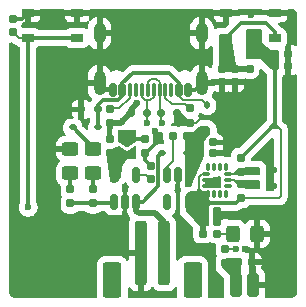
<source format=gbr>
%TF.GenerationSoftware,KiCad,Pcbnew,9.0.3*%
%TF.CreationDate,2025-11-02T21:39:21-05:00*%
%TF.ProjectId,JabChip,4a616243-6869-4702-9e6b-696361645f70,rev?*%
%TF.SameCoordinates,Original*%
%TF.FileFunction,Copper,L1,Top*%
%TF.FilePolarity,Positive*%
%FSLAX46Y46*%
G04 Gerber Fmt 4.6, Leading zero omitted, Abs format (unit mm)*
G04 Created by KiCad (PCBNEW 9.0.3) date 2025-11-02 21:39:21*
%MOMM*%
%LPD*%
G01*
G04 APERTURE LIST*
G04 Aperture macros list*
%AMRoundRect*
0 Rectangle with rounded corners*
0 $1 Rounding radius*
0 $2 $3 $4 $5 $6 $7 $8 $9 X,Y pos of 4 corners*
0 Add a 4 corners polygon primitive as box body*
4,1,4,$2,$3,$4,$5,$6,$7,$8,$9,$2,$3,0*
0 Add four circle primitives for the rounded corners*
1,1,$1+$1,$2,$3*
1,1,$1+$1,$4,$5*
1,1,$1+$1,$6,$7*
1,1,$1+$1,$8,$9*
0 Add four rect primitives between the rounded corners*
20,1,$1+$1,$2,$3,$4,$5,0*
20,1,$1+$1,$4,$5,$6,$7,0*
20,1,$1+$1,$6,$7,$8,$9,0*
20,1,$1+$1,$8,$9,$2,$3,0*%
%AMFreePoly0*
4,1,6,1.000000,0.000000,0.500000,-0.750000,-0.500000,-0.750000,-0.500000,0.750000,0.500000,0.750000,1.000000,0.000000,1.000000,0.000000,$1*%
%AMFreePoly1*
4,1,6,0.500000,-0.750000,-0.650000,-0.750000,-0.150000,0.000000,-0.650000,0.750000,0.500000,0.750000,0.500000,-0.750000,0.500000,-0.750000,$1*%
G04 Aperture macros list end*
%TA.AperFunction,Conductor*%
%ADD10C,0.200000*%
%TD*%
%TA.AperFunction,SMDPad,CuDef*%
%ADD11RoundRect,0.160000X0.197500X0.160000X-0.197500X0.160000X-0.197500X-0.160000X0.197500X-0.160000X0*%
%TD*%
%TA.AperFunction,SMDPad,CuDef*%
%ADD12RoundRect,0.155000X-0.155000X0.212500X-0.155000X-0.212500X0.155000X-0.212500X0.155000X0.212500X0*%
%TD*%
%TA.AperFunction,SMDPad,CuDef*%
%ADD13RoundRect,0.112500X0.112500X-0.187500X0.112500X0.187500X-0.112500X0.187500X-0.112500X-0.187500X0*%
%TD*%
%TA.AperFunction,SMDPad,CuDef*%
%ADD14RoundRect,0.160000X0.160000X-0.197500X0.160000X0.197500X-0.160000X0.197500X-0.160000X-0.197500X0*%
%TD*%
%TA.AperFunction,SMDPad,CuDef*%
%ADD15RoundRect,0.250000X0.450000X-0.325000X0.450000X0.325000X-0.450000X0.325000X-0.450000X-0.325000X0*%
%TD*%
%TA.AperFunction,SMDPad,CuDef*%
%ADD16RoundRect,0.155000X-0.212500X-0.155000X0.212500X-0.155000X0.212500X0.155000X-0.212500X0.155000X0*%
%TD*%
%TA.AperFunction,SMDPad,CuDef*%
%ADD17RoundRect,0.160000X-0.160000X0.197500X-0.160000X-0.197500X0.160000X-0.197500X0.160000X0.197500X0*%
%TD*%
%TA.AperFunction,SMDPad,CuDef*%
%ADD18RoundRect,0.150000X0.150000X0.200000X-0.150000X0.200000X-0.150000X-0.200000X0.150000X-0.200000X0*%
%TD*%
%TA.AperFunction,SMDPad,CuDef*%
%ADD19RoundRect,0.112500X0.187500X0.112500X-0.187500X0.112500X-0.187500X-0.112500X0.187500X-0.112500X0*%
%TD*%
%TA.AperFunction,SMDPad,CuDef*%
%ADD20R,1.050000X0.650000*%
%TD*%
%TA.AperFunction,SMDPad,CuDef*%
%ADD21RoundRect,0.250000X0.250000X2.500000X-0.250000X2.500000X-0.250000X-2.500000X0.250000X-2.500000X0*%
%TD*%
%TA.AperFunction,SMDPad,CuDef*%
%ADD22RoundRect,0.250000X0.550000X1.250000X-0.550000X1.250000X-0.550000X-1.250000X0.550000X-1.250000X0*%
%TD*%
%TA.AperFunction,SMDPad,CuDef*%
%ADD23RoundRect,0.087500X-0.087500X0.225000X-0.087500X-0.225000X0.087500X-0.225000X0.087500X0.225000X0*%
%TD*%
%TA.AperFunction,SMDPad,CuDef*%
%ADD24RoundRect,0.087500X-0.225000X0.087500X-0.225000X-0.087500X0.225000X-0.087500X0.225000X0.087500X0*%
%TD*%
%TA.AperFunction,SMDPad,CuDef*%
%ADD25RoundRect,0.250000X-0.250000X-0.750000X0.250000X-0.750000X0.250000X0.750000X-0.250000X0.750000X0*%
%TD*%
%TA.AperFunction,SMDPad,CuDef*%
%ADD26RoundRect,0.250000X-0.450000X0.325000X-0.450000X-0.325000X0.450000X-0.325000X0.450000X0.325000X0*%
%TD*%
%TA.AperFunction,SMDPad,CuDef*%
%ADD27RoundRect,0.160000X-0.197500X-0.160000X0.197500X-0.160000X0.197500X0.160000X-0.197500X0.160000X0*%
%TD*%
%TA.AperFunction,SMDPad,CuDef*%
%ADD28RoundRect,0.155000X0.155000X-0.212500X0.155000X0.212500X-0.155000X0.212500X-0.155000X-0.212500X0*%
%TD*%
%TA.AperFunction,SMDPad,CuDef*%
%ADD29RoundRect,0.155000X0.212500X0.155000X-0.212500X0.155000X-0.212500X-0.155000X0.212500X-0.155000X0*%
%TD*%
%TA.AperFunction,SMDPad,CuDef*%
%ADD30RoundRect,0.150000X-0.150000X-0.200000X0.150000X-0.200000X0.150000X0.200000X-0.150000X0.200000X0*%
%TD*%
%TA.AperFunction,SMDPad,CuDef*%
%ADD31FreePoly0,270.000000*%
%TD*%
%TA.AperFunction,SMDPad,CuDef*%
%ADD32FreePoly1,270.000000*%
%TD*%
%TA.AperFunction,SMDPad,CuDef*%
%ADD33RoundRect,0.250000X0.325000X0.450000X-0.325000X0.450000X-0.325000X-0.450000X0.325000X-0.450000X0*%
%TD*%
%TA.AperFunction,SMDPad,CuDef*%
%ADD34RoundRect,0.112500X-0.187500X-0.112500X0.187500X-0.112500X0.187500X0.112500X-0.187500X0.112500X0*%
%TD*%
%TA.AperFunction,SMDPad,CuDef*%
%ADD35RoundRect,0.150000X-0.150000X0.512500X-0.150000X-0.512500X0.150000X-0.512500X0.150000X0.512500X0*%
%TD*%
%TA.AperFunction,SMDPad,CuDef*%
%ADD36RoundRect,0.150000X0.150000X0.425000X-0.150000X0.425000X-0.150000X-0.425000X0.150000X-0.425000X0*%
%TD*%
%TA.AperFunction,SMDPad,CuDef*%
%ADD37RoundRect,0.075000X0.075000X0.500000X-0.075000X0.500000X-0.075000X-0.500000X0.075000X-0.500000X0*%
%TD*%
%TA.AperFunction,HeatsinkPad*%
%ADD38O,1.000000X2.100000*%
%TD*%
%TA.AperFunction,HeatsinkPad*%
%ADD39O,1.000000X1.800000*%
%TD*%
%TA.AperFunction,SMDPad,CuDef*%
%ADD40RoundRect,0.150000X0.150000X-0.512500X0.150000X0.512500X-0.150000X0.512500X-0.150000X-0.512500X0*%
%TD*%
%TA.AperFunction,ViaPad*%
%ADD41C,0.600000*%
%TD*%
%TA.AperFunction,Conductor*%
%ADD42C,0.300000*%
%TD*%
%TA.AperFunction,Conductor*%
%ADD43C,0.500000*%
%TD*%
G04 APERTURE END LIST*
D10*
%TO.N,/PROG*%
X135890000Y-75031600D02*
X135839200Y-75895200D01*
X135585200Y-76250800D01*
X135865670Y-74218800D01*
X135916470Y-74168000D01*
X136499600Y-74168000D01*
X135890000Y-75031600D01*
%TA.AperFunction,Conductor*%
G36*
X135890000Y-75031600D02*
G01*
X135839200Y-75895200D01*
X135585200Y-76250800D01*
X135865670Y-74218800D01*
X135916470Y-74168000D01*
X136499600Y-74168000D01*
X135890000Y-75031600D01*
G37*
%TD.AperFunction*%
%TO.N,GND*%
X144334508Y-79603600D02*
X143772700Y-79603600D01*
X143772700Y-78943200D01*
X145299708Y-78943200D01*
X144334508Y-79603600D01*
%TA.AperFunction,Conductor*%
G36*
X144334508Y-79603600D02*
G01*
X143772700Y-79603600D01*
X143772700Y-78943200D01*
X145299708Y-78943200D01*
X144334508Y-79603600D01*
G37*
%TD.AperFunction*%
%TO.N,/PROG*%
X135585200Y-76250800D02*
X135105395Y-76250800D01*
X134772400Y-73812400D01*
X135737600Y-73406000D01*
X135585200Y-76250800D01*
%TA.AperFunction,Conductor*%
G36*
X135585200Y-76250800D02*
G01*
X135105395Y-76250800D01*
X134772400Y-73812400D01*
X135737600Y-73406000D01*
X135585200Y-76250800D01*
G37*
%TD.AperFunction*%
%TO.N,+3V3*%
X143560800Y-78130400D02*
X143306800Y-78384400D01*
X143205200Y-78384400D01*
X143205200Y-77774800D01*
X143560800Y-78130400D01*
%TA.AperFunction,Conductor*%
G36*
X143560800Y-78130400D02*
G01*
X143306800Y-78384400D01*
X143205200Y-78384400D01*
X143205200Y-77774800D01*
X143560800Y-78130400D01*
G37*
%TD.AperFunction*%
%TO.N,+5V*%
X143408400Y-71831200D02*
X143408400Y-72288400D01*
X142849600Y-72847200D01*
X142849600Y-74114895D01*
X141744930Y-76708000D01*
X141427200Y-76708000D01*
X141427200Y-72186800D01*
X142138400Y-72186800D01*
X142646400Y-71678800D01*
X143256000Y-71678800D01*
X143408400Y-71831200D01*
%TA.AperFunction,Conductor*%
G36*
X143408400Y-71831200D02*
G01*
X143408400Y-72288400D01*
X142849600Y-72847200D01*
X142849600Y-74114895D01*
X141744930Y-76708000D01*
X141427200Y-76708000D01*
X141427200Y-72186800D01*
X142138400Y-72186800D01*
X142646400Y-71678800D01*
X143256000Y-71678800D01*
X143408400Y-71831200D01*
G37*
%TD.AperFunction*%
%TO.N,Net-(J3-Pin_1)*%
X145999200Y-84988400D02*
X144526000Y-83515200D01*
X144526000Y-83159600D01*
X144830800Y-82854800D01*
X145999200Y-82854800D01*
X145999200Y-84988400D01*
%TA.AperFunction,Conductor*%
G36*
X145999200Y-84988400D02*
G01*
X144526000Y-83515200D01*
X144526000Y-83159600D01*
X144830800Y-82854800D01*
X145999200Y-82854800D01*
X145999200Y-84988400D01*
G37*
%TD.AperFunction*%
%TO.N,GND*%
X141732000Y-71323200D02*
X141528800Y-71526400D01*
X140512800Y-71526400D01*
X140512800Y-70510400D01*
X140716000Y-70307200D01*
X141732000Y-71323200D01*
%TA.AperFunction,Conductor*%
G36*
X141732000Y-71323200D02*
G01*
X141528800Y-71526400D01*
X140512800Y-71526400D01*
X140512800Y-70510400D01*
X140716000Y-70307200D01*
X141732000Y-71323200D01*
G37*
%TD.AperFunction*%
X145034000Y-79298800D02*
X145034000Y-79400400D01*
X144576800Y-79400400D01*
X144932400Y-79197200D01*
X145034000Y-79298800D01*
%TA.AperFunction,Conductor*%
G36*
X145034000Y-79298800D02*
G01*
X145034000Y-79400400D01*
X144576800Y-79400400D01*
X144932400Y-79197200D01*
X145034000Y-79298800D01*
G37*
%TD.AperFunction*%
%TO.N,+3V3*%
X146558000Y-63500000D02*
X147777200Y-63500000D01*
X147777200Y-65836800D01*
X146558000Y-65836800D01*
X146558000Y-63500000D01*
%TA.AperFunction,Conductor*%
G36*
X146558000Y-63500000D02*
G01*
X147777200Y-63500000D01*
X147777200Y-65836800D01*
X146558000Y-65836800D01*
X146558000Y-63500000D01*
G37*
%TD.AperFunction*%
X143306800Y-77216000D02*
X143306800Y-79959200D01*
X142646400Y-79959200D01*
X141478000Y-78790800D01*
X141478000Y-77470000D01*
X141782800Y-77165200D01*
X142544800Y-77165200D01*
X143306800Y-77216000D01*
%TA.AperFunction,Conductor*%
G36*
X143306800Y-77216000D02*
G01*
X143306800Y-79959200D01*
X142646400Y-79959200D01*
X141478000Y-78790800D01*
X141478000Y-77470000D01*
X141782800Y-77165200D01*
X142544800Y-77165200D01*
X143306800Y-77216000D01*
G37*
%TD.AperFunction*%
X142748000Y-77165200D02*
X142341600Y-77165200D01*
X142544800Y-76962000D01*
X142748000Y-77165200D01*
%TA.AperFunction,Conductor*%
G36*
X142748000Y-77165200D02*
G01*
X142341600Y-77165200D01*
X142544800Y-76962000D01*
X142748000Y-77165200D01*
G37*
%TD.AperFunction*%
%TO.N,GND*%
X144272000Y-76758800D02*
X143154400Y-76758800D01*
X143154400Y-76250800D01*
X143154400Y-76149200D01*
X144272000Y-75946000D01*
X144272000Y-76758800D01*
%TA.AperFunction,Conductor*%
G36*
X144272000Y-76758800D02*
G01*
X143154400Y-76758800D01*
X143154400Y-76250800D01*
X143154400Y-76149200D01*
X144272000Y-75946000D01*
X144272000Y-76758800D01*
G37*
%TD.AperFunction*%
%TO.N,+3V3*%
X149301200Y-71780400D02*
X148539200Y-71780400D01*
X148539200Y-71729600D01*
X148894800Y-71374000D01*
X149301200Y-71780400D01*
%TA.AperFunction,Conductor*%
G36*
X149301200Y-71780400D02*
G01*
X148539200Y-71780400D01*
X148539200Y-71729600D01*
X148894800Y-71374000D01*
X149301200Y-71780400D01*
G37*
%TD.AperFunction*%
X148539200Y-65227200D02*
X149098000Y-65227200D01*
X149199600Y-65328800D01*
X149199600Y-66700400D01*
X148590000Y-66700400D01*
X146964400Y-65074800D01*
X146964400Y-64668400D01*
X147066000Y-64566800D01*
X147777200Y-64566800D01*
X148539200Y-65227200D01*
%TA.AperFunction,Conductor*%
G36*
X148539200Y-65227200D02*
G01*
X149098000Y-65227200D01*
X149199600Y-65328800D01*
X149199600Y-66700400D01*
X148590000Y-66700400D01*
X146964400Y-65074800D01*
X146964400Y-64668400D01*
X147066000Y-64566800D01*
X147777200Y-64566800D01*
X148539200Y-65227200D01*
G37*
%TD.AperFunction*%
%TO.N,SCL*%
X147623923Y-76860400D02*
X146532253Y-76860400D01*
X145542000Y-76301600D01*
X147623923Y-76301600D01*
X147623923Y-76860400D01*
%TA.AperFunction,Conductor*%
G36*
X147623923Y-76860400D02*
G01*
X146532253Y-76860400D01*
X145542000Y-76301600D01*
X147623923Y-76301600D01*
X147623923Y-76860400D01*
G37*
%TD.AperFunction*%
%TO.N,/EN*%
X145663612Y-66987530D02*
X144272000Y-66987530D01*
X144272000Y-63906400D01*
X145186400Y-63906400D01*
X145663612Y-66987530D01*
%TA.AperFunction,Conductor*%
G36*
X145663612Y-66987530D02*
G01*
X144272000Y-66987530D01*
X144272000Y-63906400D01*
X145186400Y-63906400D01*
X145663612Y-66987530D01*
G37*
%TD.AperFunction*%
%TO.N,SDA*%
X147626700Y-75700000D02*
X145544777Y-75700000D01*
X146535030Y-75141200D01*
X147626700Y-75141200D01*
X147626700Y-75700000D01*
%TA.AperFunction,Conductor*%
G36*
X147626700Y-75700000D02*
G01*
X145544777Y-75700000D01*
X146535030Y-75141200D01*
X147626700Y-75141200D01*
X147626700Y-75700000D01*
G37*
%TD.AperFunction*%
%TD*%
D11*
%TO.P,R3,1*%
%TO.N,+5V*%
X141516700Y-72440800D03*
%TO.P,R3,2*%
%TO.N,Net-(U1-EN)*%
X140321700Y-72440800D03*
%TD*%
D12*
%TO.P,C11,1*%
%TO.N,/EN*%
X144475200Y-66742500D03*
%TO.P,C11,2*%
%TO.N,GND*%
X144475200Y-67877500D03*
%TD*%
D13*
%TO.P,D9,1,K*%
%TO.N,+5V*%
X143205200Y-71966800D03*
%TO.P,D9,2,A*%
%TO.N,VBUS*%
X143205200Y-69866800D03*
%TD*%
D14*
%TO.P,R6,1*%
%TO.N,GND*%
X137922000Y-73901900D03*
%TO.P,R6,2*%
%TO.N,Net-(JP1-A)*%
X137922000Y-72706900D03*
%TD*%
D15*
%TO.P,D4,1,K*%
%TO.N,Net-(D4-K)*%
X133553200Y-75599400D03*
%TO.P,D4,2,A*%
%TO.N,+5V*%
X133553200Y-73549400D03*
%TD*%
D16*
%TO.P,C6,1*%
%TO.N,+3V3*%
X142891700Y-78790800D03*
%TO.P,C6,2*%
%TO.N,GND*%
X144026700Y-78790800D03*
%TD*%
D17*
%TO.P,R9,1*%
%TO.N,+3V3*%
X146812000Y-65544100D03*
%TO.P,R9,2*%
%TO.N,/EN*%
X146812000Y-66739100D03*
%TD*%
D18*
%TO.P,D2,1,K*%
%TO.N,GND*%
X132548400Y-70205600D03*
%TO.P,D2,2,A*%
%TO.N,VBUS*%
X133948400Y-70205600D03*
%TD*%
D16*
%TO.P,C9,1*%
%TO.N,+3V3*%
X148936900Y-65532000D03*
%TO.P,C9,2*%
%TO.N,GND*%
X150071900Y-65532000D03*
%TD*%
D19*
%TO.P,D3,1,K*%
%TO.N,+5V*%
X141512000Y-73863200D03*
%TO.P,D3,2,A*%
%TO.N,+BATT*%
X139412000Y-73863200D03*
%TD*%
D20*
%TO.P,SW2,1,1*%
%TO.N,GND*%
X144820600Y-62010400D03*
X148970600Y-62010400D03*
%TO.P,SW2,2,2*%
%TO.N,/EN*%
X144820600Y-64160400D03*
X148945600Y-64160400D03*
%TD*%
D17*
%TO.P,R5,1*%
%TO.N,Net-(D4-K)*%
X133553200Y-76962000D03*
%TO.P,R5,2*%
%TO.N,/STAT*%
X133553200Y-78157000D03*
%TD*%
D21*
%TO.P,J2,1,Pin_1*%
%TO.N,+BATT*%
X139582400Y-82362800D03*
%TO.P,J2,2,Pin_2*%
%TO.N,GND*%
X137582400Y-82362800D03*
D22*
%TO.P,J2,MP*%
%TO.N,N/C*%
X141982400Y-84612800D03*
X135182400Y-84612800D03*
%TD*%
D18*
%TO.P,D6,1,K*%
%TO.N,GND*%
X136753600Y-70510400D03*
%TO.P,D6,2,A*%
%TO.N,D+*%
X138153600Y-70510400D03*
%TD*%
D23*
%TO.P,U3,1,SDO/SA0*%
%TO.N,unconnected-(U3-SDO{slash}SA0-Pad1)*%
X144818800Y-75037500D03*
%TO.P,U3,2,SDX*%
%TO.N,unconnected-(U3-SDX-Pad2)*%
X144318800Y-75037500D03*
%TO.P,U3,3,SCX*%
%TO.N,unconnected-(U3-SCX-Pad3)*%
X143818800Y-75037500D03*
%TO.P,U3,4,INT1*%
%TO.N,unconnected-(U3-INT1-Pad4)*%
X143318800Y-75037500D03*
D24*
%TO.P,U3,5,VDDIO*%
%TO.N,+3V3*%
X143156300Y-75700000D03*
%TO.P,U3,6,GND*%
%TO.N,GND*%
X143156300Y-76200000D03*
%TO.P,U3,7,GND*%
X143156300Y-76700000D03*
D23*
%TO.P,U3,8,VDD*%
%TO.N,+3V3*%
X143318800Y-77362500D03*
%TO.P,U3,9,INT2*%
%TO.N,unconnected-(U3-INT2-Pad9)*%
X143818800Y-77362500D03*
%TO.P,U3,10,NC*%
%TO.N,unconnected-(U3-NC-Pad10)*%
X144318800Y-77362500D03*
%TO.P,U3,11,NC*%
%TO.N,unconnected-(U3-NC-Pad11)*%
X144818800Y-77362500D03*
D24*
%TO.P,U3,12,CS*%
%TO.N,unconnected-(U3-CS-Pad12)*%
X144981300Y-76700000D03*
%TO.P,U3,13,SCL*%
%TO.N,SCL*%
X144981300Y-76200000D03*
%TO.P,U3,14,SDA*%
%TO.N,SDA*%
X144981300Y-75700000D03*
%TD*%
D25*
%TO.P,J4,1,Pin_1*%
%TO.N,GND*%
X147116800Y-85039200D03*
%TD*%
D26*
%TO.P,D7,1,K*%
%TO.N,GND*%
X131622800Y-73549400D03*
%TO.P,D7,2,A*%
%TO.N,Net-(D7-A)*%
X131622800Y-75599400D03*
%TD*%
D16*
%TO.P,C5,1*%
%TO.N,+5V*%
X142586900Y-72999600D03*
%TO.P,C5,2*%
%TO.N,GND*%
X143721900Y-72999600D03*
%TD*%
D27*
%TO.P,R12,1*%
%TO.N,Net-(J3-Pin_1)*%
X145808100Y-83108800D03*
%TO.P,R12,2*%
%TO.N,GND*%
X147003100Y-83108800D03*
%TD*%
D28*
%TO.P,C10,1*%
%TO.N,/0*%
X126746000Y-63661100D03*
%TO.P,C10,2*%
%TO.N,GND*%
X126746000Y-62526100D03*
%TD*%
D17*
%TO.P,R4,1*%
%TO.N,GND*%
X134975600Y-72694800D03*
%TO.P,R4,2*%
%TO.N,/PROG*%
X134975600Y-73889800D03*
%TD*%
%TO.P,R1,1*%
%TO.N,Net-(J1-CC1)*%
X141732000Y-70116100D03*
%TO.P,R1,2*%
%TO.N,GND*%
X141732000Y-71311100D03*
%TD*%
D27*
%TO.P,R8,1*%
%TO.N,+3V3*%
X142861700Y-80721200D03*
%TO.P,R8,2*%
%TO.N,Net-(D8-A)*%
X144056700Y-80721200D03*
%TD*%
D20*
%TO.P,BOOT,1,1*%
%TO.N,GND*%
X128056600Y-62010400D03*
X132206600Y-62010400D03*
%TO.P,BOOT,2,2*%
%TO.N,/0*%
X128056600Y-64160400D03*
X132181600Y-64160400D03*
%TD*%
D29*
%TO.P,C8,1*%
%TO.N,GND*%
X150071900Y-66497200D03*
%TO.P,C8,2*%
%TO.N,+3V3*%
X148936900Y-66497200D03*
%TD*%
D17*
%TO.P,R2,1*%
%TO.N,Net-(J1-CC2)*%
X134975600Y-70166900D03*
%TO.P,R2,2*%
%TO.N,GND*%
X134975600Y-71361900D03*
%TD*%
D29*
%TO.P,C7,1*%
%TO.N,GND*%
X144026700Y-79756000D03*
%TO.P,C7,2*%
%TO.N,+3V3*%
X142891700Y-79756000D03*
%TD*%
D30*
%TO.P,D5,1,K*%
%TO.N,GND*%
X140693600Y-70510400D03*
%TO.P,D5,2,A*%
%TO.N,D-*%
X139293600Y-70510400D03*
%TD*%
D31*
%TO.P,JP1,1,A*%
%TO.N,Net-(JP1-A)*%
X136448800Y-72440800D03*
D32*
%TO.P,JP1,2,B*%
%TO.N,/PROG*%
X136448800Y-73890800D03*
%TD*%
D29*
%TO.P,C4,1*%
%TO.N,GND*%
X143721900Y-73914000D03*
%TO.P,C4,2*%
%TO.N,+5V*%
X142586900Y-73914000D03*
%TD*%
D28*
%TO.P,C13,1*%
%TO.N,Net-(J3-Pin_1)*%
X144756800Y-83168300D03*
%TO.P,C13,2*%
%TO.N,Piezo*%
X144756800Y-82033300D03*
%TD*%
D33*
%TO.P,D8,1,K*%
%TO.N,GND*%
X147430600Y-80721200D03*
%TO.P,D8,2,A*%
%TO.N,Net-(D8-A)*%
X145380600Y-80721200D03*
%TD*%
D17*
%TO.P,R10,1*%
%TO.N,SCL*%
X146050000Y-76516900D03*
%TO.P,R10,2*%
%TO.N,+3V3*%
X146050000Y-77711900D03*
%TD*%
D34*
%TO.P,D1,1,K*%
%TO.N,+5V*%
X131842800Y-71729600D03*
%TO.P,D1,2,A*%
%TO.N,VBUS*%
X133942800Y-71729600D03*
%TD*%
D14*
%TO.P,R7,1*%
%TO.N,/STAT*%
X131622800Y-78157000D03*
%TO.P,R7,2*%
%TO.N,Net-(D7-A)*%
X131622800Y-76962000D03*
%TD*%
D35*
%TO.P,U1,1,VIN*%
%TO.N,+5V*%
X141680100Y-75773700D03*
%TO.P,U1,2,GND*%
%TO.N,GND*%
X140730100Y-75773700D03*
%TO.P,U1,3,EN*%
%TO.N,Net-(U1-EN)*%
X139780100Y-75773700D03*
%TO.P,U1,4,NC*%
%TO.N,unconnected-(U1-NC-Pad4)*%
X139780100Y-78048700D03*
%TO.P,U1,5,VOUT*%
%TO.N,+3V3*%
X141680100Y-78048700D03*
%TD*%
D12*
%TO.P,C12,1*%
%TO.N,/EN*%
X145542000Y-66742500D03*
%TO.P,C12,2*%
%TO.N,GND*%
X145542000Y-67877500D03*
%TD*%
D36*
%TO.P,J1,A1,GND*%
%TO.N,GND*%
X141630000Y-68515600D03*
%TO.P,J1,A4,VBUS*%
%TO.N,VBUS*%
X140830000Y-68515600D03*
D37*
%TO.P,J1,A5,CC1*%
%TO.N,Net-(J1-CC1)*%
X139680000Y-68515600D03*
%TO.P,J1,A6,D+*%
%TO.N,D+*%
X138680000Y-68515600D03*
%TO.P,J1,A7,D-*%
%TO.N,D-*%
X138180000Y-68515600D03*
%TO.P,J1,A8,SBU1*%
%TO.N,unconnected-(J1-SBU1-PadA8)*%
X137180000Y-68515600D03*
D36*
%TO.P,J1,A9,VBUS*%
%TO.N,VBUS*%
X136030000Y-68515600D03*
%TO.P,J1,A12,GND*%
%TO.N,GND*%
X135230000Y-68515600D03*
%TO.P,J1,B1,GND*%
X135230000Y-68515600D03*
%TO.P,J1,B4,VBUS*%
%TO.N,VBUS*%
X136030000Y-68515600D03*
D37*
%TO.P,J1,B5,CC2*%
%TO.N,Net-(J1-CC2)*%
X136680000Y-68515600D03*
%TO.P,J1,B6,D+*%
%TO.N,D+*%
X137680000Y-68515600D03*
%TO.P,J1,B7,D-*%
%TO.N,D-*%
X139180000Y-68515600D03*
%TO.P,J1,B8,SBU2*%
%TO.N,unconnected-(J1-SBU2-PadB8)*%
X140180000Y-68515600D03*
D36*
%TO.P,J1,B9,VBUS*%
%TO.N,VBUS*%
X140830000Y-68515600D03*
%TO.P,J1,B12,GND*%
%TO.N,GND*%
X141630000Y-68515600D03*
D38*
%TO.P,J1,S1,SHIELD*%
X142750000Y-67940600D03*
D39*
X142750000Y-63760600D03*
D38*
X134110000Y-67940600D03*
D39*
X134110000Y-63760600D03*
%TD*%
D40*
%TO.P,U2,1,STAT*%
%TO.N,/STAT*%
X135295600Y-77997900D03*
%TO.P,U2,2,V_{SS}*%
%TO.N,GND*%
X136245600Y-77997900D03*
%TO.P,U2,3,V_{BAT}*%
%TO.N,+BATT*%
X137195600Y-77997900D03*
%TO.P,U2,4,V_{DD}*%
%TO.N,+5V*%
X137195600Y-75722900D03*
%TO.P,U2,5,PROG*%
%TO.N,/PROG*%
X135295600Y-75722900D03*
%TD*%
D25*
%TO.P,P+,1,Pin_1*%
%TO.N,Net-(J3-Pin_1)*%
X145620400Y-85039200D03*
%TD*%
D28*
%TO.P,C3,1*%
%TO.N,+5V*%
X138430000Y-76107100D03*
%TO.P,C3,2*%
%TO.N,GND*%
X138430000Y-74972100D03*
%TD*%
D14*
%TO.P,R11,1*%
%TO.N,SDA*%
X146050000Y-75476700D03*
%TO.P,R11,2*%
%TO.N,+3V3*%
X146050000Y-74281700D03*
%TD*%
D41*
%TO.N,+5V*%
X137195600Y-75722900D03*
X141681200Y-76555600D03*
X133553200Y-73549400D03*
%TO.N,GND*%
X136245600Y-76758800D03*
X146964400Y-62179200D03*
X138795200Y-71994616D03*
X140716000Y-77063600D03*
X144068800Y-76200000D03*
X148844000Y-75336400D03*
X146456400Y-81991200D03*
X148844000Y-76657200D03*
X137312400Y-69697600D03*
X142748000Y-70866000D03*
%TO.N,+3V3*%
X147383200Y-63929600D03*
%TO.N,/0*%
X128056600Y-78486000D03*
%TO.N,/EN*%
X144729200Y-65227200D03*
%TO.N,Piezo*%
X145643600Y-81991200D03*
%TO.N,D-*%
X139395200Y-71323200D03*
%TO.N,D+*%
X138153600Y-71323200D03*
%TO.N,SCL*%
X147383200Y-76629600D03*
%TO.N,SDA*%
X147383200Y-75359600D03*
%TD*%
D10*
%TO.N,+5V*%
X138045800Y-75722900D02*
X138430000Y-76107100D01*
D42*
X133553200Y-73440000D02*
X131842800Y-71729600D01*
D10*
X133553200Y-73549400D02*
X133553200Y-73440000D01*
X137195600Y-75722900D02*
X138045800Y-75722900D01*
%TO.N,GND*%
X141732000Y-71311100D02*
X142302900Y-71311100D01*
X140730100Y-77049500D02*
X140716000Y-77063600D01*
D42*
X140730100Y-75773700D02*
X140730100Y-77049500D01*
D43*
X135902100Y-71311100D02*
X134975600Y-71311100D01*
D42*
X127540900Y-62526100D02*
X128056600Y-62010400D01*
X136245600Y-76758800D02*
X136245600Y-77997900D01*
X138795200Y-73142400D02*
X138795200Y-71994616D01*
X137922000Y-74464100D02*
X138430000Y-74972100D01*
X142175000Y-68515600D02*
X142750000Y-67940600D01*
D43*
X136702800Y-70510400D02*
X135902100Y-71311100D01*
D42*
X126746000Y-62526100D02*
X127540900Y-62526100D01*
D43*
X136753600Y-70510400D02*
X136753600Y-70256400D01*
D42*
X137922000Y-73901900D02*
X138035700Y-73901900D01*
X138035700Y-73901900D02*
X138795200Y-73142400D01*
D43*
X136753600Y-70256400D02*
X137312400Y-69697600D01*
D42*
X137922000Y-73901900D02*
X137922000Y-74464100D01*
X141630000Y-68515600D02*
X142175000Y-68515600D01*
D10*
X142302900Y-71311100D02*
X142748000Y-70866000D01*
X136753600Y-70510400D02*
X136702800Y-70510400D01*
%TO.N,+3V3*%
X143103600Y-77362500D02*
X143318800Y-77362500D01*
X142891700Y-78486000D02*
X142891700Y-80386400D01*
D42*
X145631500Y-78130400D02*
X146050000Y-77711900D01*
D10*
X146050000Y-77711900D02*
X149313300Y-77711900D01*
X149453600Y-77571600D02*
X149453600Y-71911500D01*
D42*
X148936900Y-71394800D02*
X148936900Y-65532000D01*
D10*
X143156300Y-75700000D02*
X142791952Y-75700000D01*
X142542800Y-77362500D02*
X143103600Y-77362500D01*
X142861700Y-79481200D02*
X142891700Y-79451200D01*
X142791952Y-75700000D02*
X142542800Y-75949152D01*
X149313300Y-77711900D02*
X149453600Y-77571600D01*
X142366300Y-77362500D02*
X143103600Y-77362500D01*
X141680100Y-78048700D02*
X142366300Y-77362500D01*
X142542800Y-75949152D02*
X142542800Y-77362500D01*
X142392400Y-78562200D02*
X142824200Y-78130400D01*
X149453600Y-71911500D02*
X148936900Y-71394800D01*
D42*
X142824200Y-78130400D02*
X145631500Y-78130400D01*
D10*
X142891700Y-80386400D02*
X142861700Y-80416400D01*
D42*
X146050000Y-74281700D02*
X148936900Y-71394800D01*
D43*
X142861700Y-80416400D02*
X142861700Y-79481200D01*
D42*
%TO.N,/0*%
X128056600Y-78486000D02*
X128056600Y-64160400D01*
X128056600Y-64160400D02*
X132181600Y-64160400D01*
D10*
X127245300Y-64160400D02*
X126746000Y-63661100D01*
X128056600Y-64160400D02*
X127245300Y-64160400D01*
D43*
%TO.N,/EN*%
X146812000Y-66739100D02*
X144478600Y-66739100D01*
D42*
X148945600Y-64160400D02*
X148945600Y-63635400D01*
D10*
X144478600Y-66739100D02*
X144475200Y-66742500D01*
D42*
X148200600Y-62890400D02*
X146090600Y-62890400D01*
X148945600Y-63635400D02*
X148200600Y-62890400D01*
X146090600Y-62890400D02*
X144820600Y-64160400D01*
D10*
%TO.N,Net-(J3-Pin_1)*%
X145808100Y-84851500D02*
X145620400Y-85039200D01*
D42*
X144756800Y-83117500D02*
X145799400Y-83117500D01*
X145808100Y-83108800D02*
X145808100Y-84851500D01*
D10*
X145799400Y-83117500D02*
X145808100Y-83108800D01*
%TO.N,Piezo*%
X144756800Y-81982500D02*
X145634900Y-81982500D01*
X145634900Y-81982500D02*
X145643600Y-81991200D01*
%TO.N,VBUS*%
X140830000Y-69090599D02*
X141159801Y-69420400D01*
D42*
X140830000Y-68515600D02*
X140830000Y-67982800D01*
X140830000Y-67982800D02*
X139954000Y-67106800D01*
D10*
X142758800Y-69420400D02*
X143205200Y-69866800D01*
D42*
X136030000Y-69100400D02*
X136030000Y-68515600D01*
D10*
X141159801Y-69420400D02*
X142758800Y-69420400D01*
D42*
X136030000Y-67982800D02*
X136030000Y-68515600D01*
X134360401Y-69443600D02*
X135686800Y-69443600D01*
X136906000Y-67106800D02*
X136030000Y-67982800D01*
X133942800Y-71729600D02*
X133942800Y-69861201D01*
X139954000Y-67106800D02*
X136906000Y-67106800D01*
X133948400Y-70205600D02*
X133948400Y-69855601D01*
X133948400Y-69855601D02*
X134360401Y-69443600D01*
X135686800Y-69443600D02*
X136030000Y-69100400D01*
D10*
X140830000Y-68515600D02*
X140830000Y-69090599D01*
X133942800Y-69861201D02*
X133948400Y-69855601D01*
D42*
%TO.N,+BATT*%
X139090400Y-74184800D02*
X139090400Y-76666576D01*
X139412000Y-73863200D02*
X139179100Y-74096100D01*
D43*
X137414000Y-78994000D02*
X138836400Y-78994000D01*
D42*
X139179100Y-74096100D02*
X139090400Y-74184800D01*
X139090400Y-76666576D02*
X137759076Y-77997900D01*
D43*
X137195600Y-77997900D02*
X137195600Y-78775600D01*
X137195600Y-78775600D02*
X137414000Y-78994000D01*
D10*
X139582400Y-80384700D02*
X139582400Y-82362800D01*
D43*
X139582400Y-79740000D02*
X139582400Y-80384700D01*
D42*
X137759076Y-77997900D02*
X137195600Y-77997900D01*
D43*
X138836400Y-78994000D02*
X139582400Y-79740000D01*
D42*
%TO.N,Net-(D4-K)*%
X133553200Y-75599400D02*
X133553200Y-76923300D01*
D10*
%TO.N,D-*%
X139395200Y-71323200D02*
X139293600Y-71221600D01*
X139293600Y-71221600D02*
X139293600Y-70307200D01*
X138180000Y-68515600D02*
X138180000Y-67906776D01*
X139180000Y-70193600D02*
X139180000Y-68515600D01*
X138180000Y-67906776D02*
X138447176Y-67639600D01*
X138447176Y-67639600D02*
X138912824Y-67639600D01*
X139293600Y-70307200D02*
X139180000Y-70193600D01*
X138912824Y-67639600D02*
X139180000Y-67906776D01*
X139180000Y-67906776D02*
X139180000Y-68515600D01*
%TO.N,D+*%
X137680000Y-68515600D02*
X137680000Y-69124424D01*
X138412824Y-69391600D02*
X138680000Y-69124424D01*
X138680000Y-69124424D02*
X138680000Y-68515600D01*
X137947176Y-69391600D02*
X138226800Y-69391600D01*
X137680000Y-69124424D02*
X137947176Y-69391600D01*
X138153600Y-70307200D02*
X138153600Y-71323200D01*
X138226800Y-69391600D02*
X138153600Y-69464800D01*
X138153600Y-69464800D02*
X138153600Y-70307200D01*
X138226800Y-69391600D02*
X138412824Y-69391600D01*
D42*
%TO.N,Net-(D7-A)*%
X131622800Y-75599400D02*
X131622800Y-76923300D01*
D10*
%TO.N,Net-(D8-A)*%
X145380600Y-80721200D02*
X144056700Y-80721200D01*
%TO.N,Net-(J1-CC2)*%
X136680000Y-69199016D02*
X135762916Y-70116100D01*
X135762916Y-70116100D02*
X134975600Y-70116100D01*
X136680000Y-68515600D02*
X136680000Y-69199016D01*
%TO.N,Net-(J1-CC1)*%
X141364300Y-69748400D02*
X141732000Y-70116100D01*
X139680000Y-69220400D02*
X140208000Y-69748400D01*
X140208000Y-69748400D02*
X141364300Y-69748400D01*
X139680000Y-68515600D02*
X139680000Y-69220400D01*
D42*
%TO.N,Net-(JP1-A)*%
X137922000Y-72706900D02*
X136714900Y-72706900D01*
X136714900Y-72706900D02*
X136448800Y-72440800D01*
D10*
%TO.N,Net-(U1-EN)*%
X140321700Y-74569601D02*
X140321700Y-72440800D01*
X139780100Y-75111201D02*
X140321700Y-74569601D01*
X139780100Y-75773700D02*
X139780100Y-75111201D01*
%TO.N,SCL*%
X145961110Y-76669910D02*
X145962611Y-76669910D01*
X144830800Y-76200000D02*
X145491200Y-76200000D01*
X145491200Y-76200000D02*
X145961110Y-76669910D01*
%TO.N,SDA*%
X145852790Y-75330410D02*
X145967449Y-75330410D01*
X144830800Y-75700000D02*
X145483200Y-75700000D01*
X145483200Y-75700000D02*
X145852790Y-75330410D01*
%TO.N,/STAT*%
X133673600Y-77997900D02*
X133553200Y-78118300D01*
D42*
X133794000Y-78118300D02*
X133673600Y-77997900D01*
X135295600Y-77997900D02*
X135175200Y-78118300D01*
X131622800Y-78118300D02*
X133553200Y-78118300D01*
X135175200Y-78118300D02*
X133794000Y-78118300D01*
%TD*%
%TA.AperFunction,Conductor*%
%TO.N,GND*%
G36*
X131124639Y-61690605D02*
G01*
X131170394Y-61743409D01*
X131172002Y-61750802D01*
X131181600Y-61760400D01*
X133231600Y-61760400D01*
X133245949Y-61746050D01*
X133251285Y-61727881D01*
X133304089Y-61682126D01*
X133355600Y-61670920D01*
X143671600Y-61670920D01*
X143738639Y-61690605D01*
X143784394Y-61743409D01*
X143786002Y-61750802D01*
X143795600Y-61760400D01*
X145845600Y-61760400D01*
X145859949Y-61746050D01*
X145865285Y-61727881D01*
X145918089Y-61682126D01*
X145969600Y-61670920D01*
X147821600Y-61670920D01*
X147888639Y-61690605D01*
X147934394Y-61743409D01*
X147936002Y-61750802D01*
X147945600Y-61760400D01*
X149995600Y-61760400D01*
X150009949Y-61746050D01*
X150015285Y-61727881D01*
X150022125Y-61721953D01*
X150025887Y-61713717D01*
X150048121Y-61699427D01*
X150068089Y-61682126D01*
X150078603Y-61679838D01*
X150084665Y-61675943D01*
X150119600Y-61670920D01*
X150235446Y-61670920D01*
X150235474Y-61670921D01*
X150244094Y-61670920D01*
X150244098Y-61670922D01*
X150303032Y-61670920D01*
X150316895Y-61671697D01*
X150410823Y-61682279D01*
X150437879Y-61688455D01*
X150520473Y-61717355D01*
X150545476Y-61729395D01*
X150619569Y-61775950D01*
X150641274Y-61793260D01*
X150703139Y-61855125D01*
X150720449Y-61876831D01*
X150767002Y-61950920D01*
X150779047Y-61975932D01*
X150807943Y-62058516D01*
X150814120Y-62085582D01*
X150819621Y-62134400D01*
X150824700Y-62179485D01*
X150825479Y-62193366D01*
X150825479Y-62219356D01*
X150825478Y-62252302D01*
X150825479Y-62252309D01*
X150825479Y-64718626D01*
X150805794Y-64785665D01*
X150752990Y-64831420D01*
X150683832Y-64841364D01*
X150638359Y-64825359D01*
X150546595Y-64771091D01*
X150387683Y-64724922D01*
X150387677Y-64724921D01*
X150350557Y-64722000D01*
X150321900Y-64722000D01*
X150321900Y-67307200D01*
X150350542Y-67307200D01*
X150350557Y-67307199D01*
X150387677Y-67304278D01*
X150387683Y-67304277D01*
X150546594Y-67258108D01*
X150546597Y-67258107D01*
X150638358Y-67203841D01*
X150706082Y-67186658D01*
X150772345Y-67208818D01*
X150816108Y-67263284D01*
X150825479Y-67310573D01*
X150825479Y-85575694D01*
X150825478Y-85575698D01*
X150825479Y-85593900D01*
X150825479Y-85634630D01*
X150824699Y-85648513D01*
X150814119Y-85742417D01*
X150807941Y-85769486D01*
X150779047Y-85852066D01*
X150766999Y-85877086D01*
X150720452Y-85951165D01*
X150703139Y-85972874D01*
X150641274Y-86034739D01*
X150619563Y-86052052D01*
X150545482Y-86098600D01*
X150520467Y-86110647D01*
X150437883Y-86139543D01*
X150410815Y-86145721D01*
X150316912Y-86156300D01*
X150303031Y-86157079D01*
X150252307Y-86157078D01*
X150244098Y-86157078D01*
X150244097Y-86157078D01*
X150235474Y-86157078D01*
X150235446Y-86157080D01*
X148206721Y-86157080D01*
X148139682Y-86137395D01*
X148093927Y-86084591D01*
X148083983Y-86015433D01*
X148089015Y-85994076D01*
X148106305Y-85941897D01*
X148106306Y-85941890D01*
X148116799Y-85839186D01*
X148116800Y-85839173D01*
X148116800Y-85289200D01*
X147240800Y-85289200D01*
X147173761Y-85269515D01*
X147128006Y-85216711D01*
X147116800Y-85165200D01*
X147116800Y-85039200D01*
X146990800Y-85039200D01*
X146923761Y-85019515D01*
X146878006Y-84966711D01*
X146866800Y-84915200D01*
X146866800Y-84058800D01*
X146862518Y-84054518D01*
X146810061Y-84039115D01*
X146764306Y-83986311D01*
X146753100Y-83934800D01*
X146753100Y-83409200D01*
X147253100Y-83409200D01*
X147257381Y-83413481D01*
X147309839Y-83428885D01*
X147355594Y-83481689D01*
X147366800Y-83533200D01*
X147366800Y-84789200D01*
X148116799Y-84789200D01*
X148116799Y-84239228D01*
X148116798Y-84239213D01*
X148106305Y-84136502D01*
X148051158Y-83970080D01*
X148051156Y-83970075D01*
X147959115Y-83820854D01*
X147830037Y-83691776D01*
X147831727Y-83690085D01*
X147797938Y-83642378D01*
X147794791Y-83572579D01*
X147804603Y-83548860D01*
X147803797Y-83548498D01*
X147806876Y-83541656D01*
X147854556Y-83388644D01*
X147857269Y-83358800D01*
X147253100Y-83358800D01*
X147253100Y-83409200D01*
X146753100Y-83409200D01*
X146753100Y-82858800D01*
X147253100Y-82858800D01*
X147857268Y-82858800D01*
X147854556Y-82828955D01*
X147806875Y-82675940D01*
X147806873Y-82675936D01*
X147723960Y-82538780D01*
X147723957Y-82538776D01*
X147610623Y-82425442D01*
X147610619Y-82425439D01*
X147473463Y-82342526D01*
X147473459Y-82342524D01*
X147320442Y-82294843D01*
X147320443Y-82294843D01*
X147253937Y-82288800D01*
X147253100Y-82288800D01*
X147253100Y-82858800D01*
X146753100Y-82858800D01*
X146753100Y-82288800D01*
X146752263Y-82288800D01*
X146685761Y-82294842D01*
X146579676Y-82327900D01*
X146509816Y-82329050D01*
X146450423Y-82292249D01*
X146420355Y-82229180D01*
X146421169Y-82185322D01*
X146444100Y-82070044D01*
X146444100Y-81912358D01*
X146443771Y-81910705D01*
X146438639Y-81884904D01*
X146444865Y-81815315D01*
X146487727Y-81760137D01*
X146553616Y-81736891D01*
X146621614Y-81752958D01*
X146637163Y-81763443D01*
X146637255Y-81763516D01*
X146786475Y-81855556D01*
X146786480Y-81855558D01*
X146952902Y-81910705D01*
X146952909Y-81910706D01*
X147055619Y-81921199D01*
X147180599Y-81921199D01*
X147680600Y-81921199D01*
X147805572Y-81921199D01*
X147805586Y-81921198D01*
X147908297Y-81910705D01*
X148074719Y-81855558D01*
X148074724Y-81855556D01*
X148223945Y-81763515D01*
X148347915Y-81639545D01*
X148439956Y-81490324D01*
X148439958Y-81490319D01*
X148495105Y-81323897D01*
X148495106Y-81323890D01*
X148505599Y-81221186D01*
X148505600Y-81221173D01*
X148505600Y-80971200D01*
X147680600Y-80971200D01*
X147680600Y-81921199D01*
X147180599Y-81921199D01*
X147180600Y-81921198D01*
X147180600Y-80471200D01*
X147680600Y-80471200D01*
X148505599Y-80471200D01*
X148505599Y-80221228D01*
X148505598Y-80221213D01*
X148495105Y-80118502D01*
X148439958Y-79952080D01*
X148439956Y-79952075D01*
X148347915Y-79802854D01*
X148223945Y-79678884D01*
X148074724Y-79586843D01*
X148074719Y-79586841D01*
X147908297Y-79531694D01*
X147908290Y-79531693D01*
X147805586Y-79521200D01*
X147680600Y-79521200D01*
X147680600Y-80471200D01*
X147180600Y-80471200D01*
X147180600Y-79521200D01*
X147055627Y-79521200D01*
X147055612Y-79521201D01*
X146952902Y-79531694D01*
X146786480Y-79586841D01*
X146786475Y-79586843D01*
X146637254Y-79678884D01*
X146513283Y-79802855D01*
X146513279Y-79802860D01*
X146511426Y-79805865D01*
X146509618Y-79807490D01*
X146508802Y-79808523D01*
X146508625Y-79808383D01*
X146459474Y-79852585D01*
X146390511Y-79863801D01*
X146326431Y-79835952D01*
X146300353Y-79805853D01*
X146300337Y-79805828D01*
X146298312Y-79802544D01*
X146174256Y-79678488D01*
X146024934Y-79586386D01*
X145858397Y-79531201D01*
X145858395Y-79531200D01*
X145755610Y-79520700D01*
X145005598Y-79520700D01*
X145005580Y-79520701D01*
X145003885Y-79520875D01*
X145003518Y-79520806D01*
X145002437Y-79520862D01*
X145002423Y-79520603D01*
X144973807Y-79515281D01*
X144943417Y-79511901D01*
X144939789Y-79508955D01*
X144935193Y-79508101D01*
X144912915Y-79487135D01*
X144889176Y-79467860D01*
X144886547Y-79462319D01*
X144884312Y-79460216D01*
X144873494Y-79436241D01*
X144832692Y-79312125D01*
X144831987Y-79290131D01*
X144826575Y-79268801D01*
X144830839Y-79254276D01*
X144830456Y-79242291D01*
X144838121Y-79229479D01*
X144842291Y-79215276D01*
X144842010Y-79215155D01*
X144842997Y-79212874D01*
X144843760Y-79210276D01*
X144845107Y-79207997D01*
X144845109Y-79207994D01*
X144891278Y-79049081D01*
X144891930Y-79040800D01*
X144276700Y-79040800D01*
X144276700Y-79632000D01*
X144274149Y-79640685D01*
X144275438Y-79649647D01*
X144264459Y-79673687D01*
X144257015Y-79699039D01*
X144250174Y-79704966D01*
X144246413Y-79713203D01*
X144224178Y-79727492D01*
X144204211Y-79744794D01*
X144193696Y-79747081D01*
X144187635Y-79750977D01*
X144152700Y-79756000D01*
X144036300Y-79756000D01*
X143969261Y-79736315D01*
X143923506Y-79683511D01*
X143912300Y-79632000D01*
X143912300Y-78914800D01*
X143931985Y-78847761D01*
X143984789Y-78802006D01*
X144036300Y-78790800D01*
X144048664Y-78790800D01*
X144061604Y-78783734D01*
X144087962Y-78780900D01*
X145695571Y-78780900D01*
X145810023Y-78758133D01*
X145821244Y-78755901D01*
X145939627Y-78706865D01*
X146046169Y-78635677D01*
X146075628Y-78606218D01*
X146136951Y-78572733D01*
X146163309Y-78569899D01*
X146263388Y-78569899D01*
X146329926Y-78563853D01*
X146329927Y-78563852D01*
X146329933Y-78563852D01*
X146483069Y-78516133D01*
X146553717Y-78473424D01*
X146620329Y-78433157D01*
X146620330Y-78433155D01*
X146620335Y-78433153D01*
X146704769Y-78348719D01*
X146766092Y-78315234D01*
X146792450Y-78312400D01*
X149226631Y-78312400D01*
X149226647Y-78312401D01*
X149234243Y-78312401D01*
X149392354Y-78312401D01*
X149392357Y-78312401D01*
X149545085Y-78271477D01*
X149595204Y-78242539D01*
X149682016Y-78192420D01*
X149793820Y-78080616D01*
X149793820Y-78080614D01*
X149804028Y-78070407D01*
X149804030Y-78070404D01*
X149812106Y-78062328D01*
X149812111Y-78062324D01*
X149822314Y-78052120D01*
X149822316Y-78052120D01*
X149934120Y-77940316D01*
X150003583Y-77820002D01*
X150003584Y-77820001D01*
X150007476Y-77813258D01*
X150013177Y-77803385D01*
X150054100Y-77650657D01*
X150054100Y-77492543D01*
X150054100Y-71832443D01*
X150035631Y-71763516D01*
X150013177Y-71679715D01*
X149972793Y-71609768D01*
X149934120Y-71542784D01*
X149822316Y-71430980D01*
X149822315Y-71430979D01*
X149817985Y-71426649D01*
X149817974Y-71426639D01*
X149623719Y-71232384D01*
X149590234Y-71171061D01*
X149587400Y-71144703D01*
X149587400Y-67420412D01*
X149607085Y-67353373D01*
X149659889Y-67307618D01*
X149729047Y-67297674D01*
X149745999Y-67301337D01*
X149756119Y-67304277D01*
X149756122Y-67304278D01*
X149793242Y-67307199D01*
X149793258Y-67307200D01*
X149821900Y-67307200D01*
X149821900Y-64892561D01*
X149841585Y-64825522D01*
X149846634Y-64818250D01*
X149914393Y-64727735D01*
X149914392Y-64727735D01*
X149914396Y-64727731D01*
X149964691Y-64592883D01*
X149971100Y-64533273D01*
X149971099Y-63787528D01*
X149964691Y-63727917D01*
X149918342Y-63603650D01*
X149914397Y-63593071D01*
X149914393Y-63593064D01*
X149828147Y-63477855D01*
X149828144Y-63477852D01*
X149712935Y-63391606D01*
X149712926Y-63391601D01*
X149578087Y-63341310D01*
X149570532Y-63339525D01*
X149571222Y-63336601D01*
X149552207Y-63328324D01*
X149520873Y-63315326D01*
X149519899Y-63314260D01*
X149519211Y-63313961D01*
X149495628Y-63287707D01*
X149489877Y-63279100D01*
X149489876Y-63279098D01*
X149489875Y-63279096D01*
X149450880Y-63220736D01*
X149450877Y-63220731D01*
X149277227Y-63047081D01*
X149243742Y-62985758D01*
X149248726Y-62916066D01*
X149290598Y-62860133D01*
X149356062Y-62835716D01*
X149364908Y-62835400D01*
X149543428Y-62835400D01*
X149543444Y-62835399D01*
X149602972Y-62828998D01*
X149602979Y-62828996D01*
X149737686Y-62778754D01*
X149737693Y-62778750D01*
X149852787Y-62692590D01*
X149852790Y-62692587D01*
X149938950Y-62577493D01*
X149938954Y-62577486D01*
X149989196Y-62442779D01*
X149989198Y-62442772D01*
X149995599Y-62383244D01*
X149995600Y-62383227D01*
X149995600Y-62260400D01*
X148379939Y-62260400D01*
X148355747Y-62258017D01*
X148264671Y-62239900D01*
X148264669Y-62239900D01*
X146026531Y-62239900D01*
X146026529Y-62239900D01*
X145923526Y-62260389D01*
X145896962Y-62258012D01*
X145896962Y-62260400D01*
X145070600Y-62260400D01*
X145070600Y-62843841D01*
X145093931Y-62886569D01*
X145088947Y-62956261D01*
X145060446Y-63000608D01*
X144796473Y-63264581D01*
X144735150Y-63298066D01*
X144708792Y-63300900D01*
X144271992Y-63300900D01*
X144115285Y-63321532D01*
X144115284Y-63321532D01*
X143969252Y-63382020D01*
X143969250Y-63382021D01*
X143949485Y-63397188D01*
X143884316Y-63422381D01*
X143815871Y-63408342D01*
X143765882Y-63359528D01*
X143750000Y-63298811D01*
X143750000Y-63262108D01*
X143749999Y-63262104D01*
X143711572Y-63068918D01*
X143711569Y-63068906D01*
X143636192Y-62886928D01*
X143636185Y-62886915D01*
X143526751Y-62723137D01*
X143526748Y-62723133D01*
X143387466Y-62583851D01*
X143387462Y-62583848D01*
X143223684Y-62474414D01*
X143223671Y-62474407D01*
X143041691Y-62399029D01*
X143041683Y-62399027D01*
X143000000Y-62390735D01*
X143000000Y-63193611D01*
X142990060Y-63176395D01*
X142934205Y-63120540D01*
X142865796Y-63081044D01*
X142789496Y-63060600D01*
X142710504Y-63060600D01*
X142634204Y-63081044D01*
X142565795Y-63120540D01*
X142509940Y-63176395D01*
X142500000Y-63193611D01*
X142500000Y-62390736D01*
X142499999Y-62390735D01*
X142458316Y-62399027D01*
X142458308Y-62399029D01*
X142276328Y-62474407D01*
X142276315Y-62474414D01*
X142112537Y-62583848D01*
X142112533Y-62583851D01*
X141973251Y-62723133D01*
X141973248Y-62723137D01*
X141863814Y-62886915D01*
X141863807Y-62886928D01*
X141788430Y-63068906D01*
X141788427Y-63068918D01*
X141750000Y-63262104D01*
X141750000Y-63510600D01*
X142450000Y-63510600D01*
X142450000Y-64010600D01*
X141750000Y-64010600D01*
X141750000Y-64259095D01*
X141788427Y-64452281D01*
X141788430Y-64452293D01*
X141863807Y-64634271D01*
X141863814Y-64634284D01*
X141973248Y-64798062D01*
X141973251Y-64798066D01*
X142112533Y-64937348D01*
X142112537Y-64937351D01*
X142276315Y-65046785D01*
X142276328Y-65046792D01*
X142458308Y-65122169D01*
X142500000Y-65130462D01*
X142500000Y-64327588D01*
X142509940Y-64344805D01*
X142565795Y-64400660D01*
X142634204Y-64440156D01*
X142710504Y-64460600D01*
X142789496Y-64460600D01*
X142865796Y-64440156D01*
X142934205Y-64400660D01*
X142990060Y-64344805D01*
X143000000Y-64327588D01*
X143000000Y-65130462D01*
X143041690Y-65122169D01*
X143041692Y-65122169D01*
X143223671Y-65046792D01*
X143223684Y-65046785D01*
X143387462Y-64937351D01*
X143387466Y-64937348D01*
X143454819Y-64869996D01*
X143516142Y-64836511D01*
X143585834Y-64841495D01*
X143641767Y-64883367D01*
X143666184Y-64948831D01*
X143666500Y-64957677D01*
X143666500Y-66436050D01*
X143666492Y-66437484D01*
X143666443Y-66441635D01*
X143664700Y-66463797D01*
X143664700Y-66592445D01*
X143664692Y-66593157D01*
X143654656Y-66625926D01*
X143645015Y-66658762D01*
X143644451Y-66659250D01*
X143644233Y-66659964D01*
X143618070Y-66682109D01*
X143592211Y-66704517D01*
X143591473Y-66704623D01*
X143590904Y-66705105D01*
X143556940Y-66709588D01*
X143523053Y-66714461D01*
X143522374Y-66714151D01*
X143521635Y-66714249D01*
X143490636Y-66699656D01*
X143459497Y-66685436D01*
X143458546Y-66684551D01*
X143458419Y-66684491D01*
X143458330Y-66684349D01*
X143453019Y-66679404D01*
X143387466Y-66613851D01*
X143387462Y-66613848D01*
X143223684Y-66504414D01*
X143223671Y-66504407D01*
X143041691Y-66429029D01*
X143041683Y-66429027D01*
X143000000Y-66420735D01*
X143000000Y-67223611D01*
X142990060Y-67206395D01*
X142934205Y-67150540D01*
X142865796Y-67111044D01*
X142789496Y-67090600D01*
X142710504Y-67090600D01*
X142634204Y-67111044D01*
X142565795Y-67150540D01*
X142509940Y-67206395D01*
X142500000Y-67223611D01*
X142500000Y-66420736D01*
X142499999Y-66420735D01*
X142458316Y-66429027D01*
X142458308Y-66429029D01*
X142276328Y-66504407D01*
X142276315Y-66504414D01*
X142112537Y-66613848D01*
X142112533Y-66613851D01*
X141973251Y-66753133D01*
X141973248Y-66753137D01*
X141863814Y-66916915D01*
X141863809Y-66916924D01*
X141859866Y-66926445D01*
X141816023Y-66980847D01*
X141749728Y-67002910D01*
X141682030Y-66985629D01*
X141676597Y-66981951D01*
X141542136Y-66904319D01*
X141468950Y-66884709D01*
X141395766Y-66865100D01*
X141244234Y-66865100D01*
X141097863Y-66904319D01*
X140966635Y-66980085D01*
X140966630Y-66980089D01*
X140944610Y-67002108D01*
X140883286Y-67035591D01*
X140813594Y-67030604D01*
X140769251Y-67002105D01*
X140368674Y-66601527D01*
X140368673Y-66601526D01*
X140368669Y-66601523D01*
X140262127Y-66530335D01*
X140199548Y-66504414D01*
X140143744Y-66481299D01*
X140143738Y-66481297D01*
X140018071Y-66456300D01*
X140018069Y-66456300D01*
X136841931Y-66456300D01*
X136841929Y-66456300D01*
X136716261Y-66481297D01*
X136716255Y-66481299D01*
X136597874Y-66530334D01*
X136491326Y-66601526D01*
X136090747Y-67002105D01*
X136029424Y-67035590D01*
X135959732Y-67030606D01*
X135915385Y-67002105D01*
X135893367Y-66980087D01*
X135893365Y-66980085D01*
X135823406Y-66939694D01*
X135762136Y-66904319D01*
X135688950Y-66884709D01*
X135615766Y-66865100D01*
X135464234Y-66865100D01*
X135317863Y-66904319D01*
X135226428Y-66957110D01*
X135186635Y-66980085D01*
X135186633Y-66980086D01*
X135179597Y-66984149D01*
X135178327Y-66981949D01*
X135124995Y-67002560D01*
X135056552Y-66988514D01*
X135006568Y-66939694D01*
X135000131Y-66926438D01*
X134996192Y-66916928D01*
X134996185Y-66916915D01*
X134886751Y-66753137D01*
X134886748Y-66753133D01*
X134747466Y-66613851D01*
X134747462Y-66613848D01*
X134583684Y-66504414D01*
X134583671Y-66504407D01*
X134401691Y-66429029D01*
X134401683Y-66429027D01*
X134360000Y-66420735D01*
X134360000Y-67223611D01*
X134350060Y-67206395D01*
X134294205Y-67150540D01*
X134225796Y-67111044D01*
X134149496Y-67090600D01*
X134070504Y-67090600D01*
X133994204Y-67111044D01*
X133925795Y-67150540D01*
X133869940Y-67206395D01*
X133860000Y-67223611D01*
X133860000Y-66420736D01*
X133859999Y-66420735D01*
X133818316Y-66429027D01*
X133818308Y-66429029D01*
X133636328Y-66504407D01*
X133636315Y-66504414D01*
X133472537Y-66613848D01*
X133472533Y-66613851D01*
X133333251Y-66753133D01*
X133333248Y-66753137D01*
X133223814Y-66916915D01*
X133223807Y-66916928D01*
X133148430Y-67098906D01*
X133148427Y-67098918D01*
X133110000Y-67292104D01*
X133110000Y-67690600D01*
X133810000Y-67690600D01*
X133810000Y-68190600D01*
X133110000Y-68190600D01*
X133110000Y-68589095D01*
X133148427Y-68782281D01*
X133148430Y-68782293D01*
X133223807Y-68964271D01*
X133223814Y-68964284D01*
X133333248Y-69128062D01*
X133333251Y-69128066D01*
X133456938Y-69251753D01*
X133461273Y-69259693D01*
X133468519Y-69265116D01*
X133477757Y-69289881D01*
X133490423Y-69313076D01*
X133489777Y-69322101D01*
X133492940Y-69330579D01*
X133487324Y-69356401D01*
X133485439Y-69382768D01*
X133479622Y-69391819D01*
X133478093Y-69398853D01*
X133456955Y-69427092D01*
X133456945Y-69427109D01*
X133450144Y-69433911D01*
X133443123Y-69440932D01*
X133443120Y-69440935D01*
X133440321Y-69443733D01*
X133437522Y-69446533D01*
X133434704Y-69450752D01*
X133401940Y-69481762D01*
X133402698Y-69482739D01*
X133396533Y-69487520D01*
X133335727Y-69548326D01*
X133274403Y-69581810D01*
X133204712Y-69576825D01*
X133160365Y-69548325D01*
X133099961Y-69487921D01*
X133099952Y-69487914D01*
X132958596Y-69404317D01*
X132958593Y-69404316D01*
X132800894Y-69358500D01*
X132800897Y-69358500D01*
X132798400Y-69358303D01*
X132798400Y-71052895D01*
X132798401Y-71052895D01*
X132800886Y-71052700D01*
X132958598Y-71006881D01*
X133105179Y-70920194D01*
X133111703Y-70918538D01*
X133116789Y-70914132D01*
X133145135Y-70910056D01*
X133172903Y-70903011D01*
X133179286Y-70905145D01*
X133185947Y-70904188D01*
X133212001Y-70916086D01*
X133239165Y-70925171D01*
X133243379Y-70930416D01*
X133249503Y-70933213D01*
X133264989Y-70957310D01*
X133282929Y-70979637D01*
X133284530Y-70987716D01*
X133287277Y-70991991D01*
X133292300Y-71026926D01*
X133292300Y-71163439D01*
X133272615Y-71230478D01*
X133267447Y-71237788D01*
X133196535Y-71357695D01*
X133188245Y-71371713D01*
X133168277Y-71440444D01*
X133145034Y-71520447D01*
X133145034Y-71520449D01*
X133142300Y-71555189D01*
X133142300Y-71809792D01*
X133122615Y-71876831D01*
X133069811Y-71922586D01*
X133000653Y-71932530D01*
X132937097Y-71903505D01*
X132930619Y-71897473D01*
X132679618Y-71646472D01*
X132646133Y-71585149D01*
X132643299Y-71558791D01*
X132643299Y-71555206D01*
X132643298Y-71555184D01*
X132642323Y-71542786D01*
X132640565Y-71520444D01*
X132597355Y-71371713D01*
X132525757Y-71250647D01*
X132518517Y-71238405D01*
X132518510Y-71238396D01*
X132409003Y-71128889D01*
X132408994Y-71128882D01*
X132359279Y-71099481D01*
X132311595Y-71048412D01*
X132298400Y-70992749D01*
X132298400Y-70455600D01*
X131748400Y-70455600D01*
X131748400Y-70471249D01*
X131751299Y-70508089D01*
X131751300Y-70508095D01*
X131797116Y-70665793D01*
X131797117Y-70665796D01*
X131884688Y-70813871D01*
X131882653Y-70815073D01*
X131903881Y-70869131D01*
X131890204Y-70937649D01*
X131841654Y-70987896D01*
X131780368Y-71004100D01*
X131593406Y-71004100D01*
X131593384Y-71004101D01*
X131558647Y-71006834D01*
X131543096Y-71011352D01*
X131409913Y-71050045D01*
X131409911Y-71050045D01*
X131409911Y-71050046D01*
X131276605Y-71128882D01*
X131276596Y-71128889D01*
X131167089Y-71238396D01*
X131167082Y-71238405D01*
X131096535Y-71357695D01*
X131088245Y-71371713D01*
X131068277Y-71440444D01*
X131045034Y-71520447D01*
X131045034Y-71520449D01*
X131042300Y-71555189D01*
X131042300Y-71903993D01*
X131042301Y-71904015D01*
X131045034Y-71938752D01*
X131045035Y-71938754D01*
X131045035Y-71938756D01*
X131088245Y-72087487D01*
X131101859Y-72110507D01*
X131167082Y-72220794D01*
X131167089Y-72220803D01*
X131209005Y-72262719D01*
X131242490Y-72324042D01*
X131237506Y-72393734D01*
X131195634Y-72449667D01*
X131130170Y-72474084D01*
X131125970Y-72474235D01*
X131125971Y-72474241D01*
X131122812Y-72474401D01*
X131020102Y-72484894D01*
X130853680Y-72540041D01*
X130853675Y-72540043D01*
X130704454Y-72632084D01*
X130580484Y-72756054D01*
X130488443Y-72905275D01*
X130488441Y-72905280D01*
X130433294Y-73071702D01*
X130433293Y-73071709D01*
X130422800Y-73174413D01*
X130422800Y-73299400D01*
X131498800Y-73299400D01*
X131565839Y-73319085D01*
X131611594Y-73371889D01*
X131622800Y-73423400D01*
X131622800Y-73675400D01*
X131603115Y-73742439D01*
X131550311Y-73788194D01*
X131498800Y-73799400D01*
X130422801Y-73799400D01*
X130422801Y-73924386D01*
X130433294Y-74027097D01*
X130488441Y-74193519D01*
X130488443Y-74193524D01*
X130580484Y-74342745D01*
X130704455Y-74466716D01*
X130704459Y-74466719D01*
X130707456Y-74468568D01*
X130709079Y-74470372D01*
X130710123Y-74471198D01*
X130709981Y-74471376D01*
X130754181Y-74520516D01*
X130765402Y-74589479D01*
X130737559Y-74653561D01*
X130707461Y-74679641D01*
X130704149Y-74681683D01*
X130704143Y-74681688D01*
X130580089Y-74805742D01*
X130487987Y-74955063D01*
X130487986Y-74955066D01*
X130432801Y-75121603D01*
X130432801Y-75121604D01*
X130432800Y-75121604D01*
X130422300Y-75224383D01*
X130422300Y-75974401D01*
X130422301Y-75974419D01*
X130432800Y-76077196D01*
X130432801Y-76077199D01*
X130475769Y-76206867D01*
X130487986Y-76243734D01*
X130569259Y-76375500D01*
X130580089Y-76393057D01*
X130704144Y-76517112D01*
X130748442Y-76544435D01*
X130795167Y-76596383D01*
X130806836Y-76661195D01*
X130802583Y-76708007D01*
X130802300Y-76711121D01*
X130802300Y-77212888D01*
X130808346Y-77279426D01*
X130808348Y-77279433D01*
X130856065Y-77432566D01*
X130856067Y-77432570D01*
X130894019Y-77495351D01*
X130911855Y-77562906D01*
X130894019Y-77623649D01*
X130856067Y-77686429D01*
X130856065Y-77686433D01*
X130808348Y-77839565D01*
X130802300Y-77906121D01*
X130802300Y-78407888D01*
X130808346Y-78474426D01*
X130808348Y-78474433D01*
X130856065Y-78627566D01*
X130856067Y-78627570D01*
X130939042Y-78764829D01*
X130939046Y-78764834D01*
X131052465Y-78878253D01*
X131052470Y-78878257D01*
X131189729Y-78961232D01*
X131189733Y-78961234D01*
X131243900Y-78978112D01*
X131342867Y-79008952D01*
X131409419Y-79015000D01*
X131836180Y-79014999D01*
X131836188Y-79014999D01*
X131902726Y-79008953D01*
X131902727Y-79008952D01*
X131902733Y-79008952D01*
X132055869Y-78961233D01*
X132170041Y-78892214D01*
X132193129Y-78878257D01*
X132193130Y-78878255D01*
X132193135Y-78878253D01*
X132266269Y-78805119D01*
X132327592Y-78771634D01*
X132353950Y-78768800D01*
X132822050Y-78768800D01*
X132889089Y-78788485D01*
X132909731Y-78805119D01*
X132982865Y-78878253D01*
X132982870Y-78878257D01*
X133120129Y-78961232D01*
X133120133Y-78961234D01*
X133174300Y-78978112D01*
X133273267Y-79008952D01*
X133339819Y-79015000D01*
X133766580Y-79014999D01*
X133766588Y-79014999D01*
X133833126Y-79008953D01*
X133833127Y-79008952D01*
X133833133Y-79008952D01*
X133986269Y-78961233D01*
X134100441Y-78892214D01*
X134123529Y-78878257D01*
X134123530Y-78878255D01*
X134123535Y-78878253D01*
X134196669Y-78805119D01*
X134223596Y-78790415D01*
X134249415Y-78773823D01*
X134255615Y-78772931D01*
X134257992Y-78771634D01*
X134284350Y-78768800D01*
X134471946Y-78768800D01*
X134538985Y-78788485D01*
X134578678Y-78829679D01*
X134627517Y-78912262D01*
X134627523Y-78912270D01*
X134743729Y-79028476D01*
X134743733Y-79028479D01*
X134743735Y-79028481D01*
X134885202Y-79112144D01*
X134926824Y-79124236D01*
X135043026Y-79157997D01*
X135043029Y-79157997D01*
X135043031Y-79157998D01*
X135079906Y-79160900D01*
X135079914Y-79160900D01*
X135511286Y-79160900D01*
X135511294Y-79160900D01*
X135548169Y-79157998D01*
X135548171Y-79157997D01*
X135548173Y-79157997D01*
X135597389Y-79143698D01*
X135705998Y-79112144D01*
X135706781Y-79111681D01*
X135707969Y-79110979D01*
X135709712Y-79110536D01*
X135713157Y-79109046D01*
X135713397Y-79109601D01*
X135775693Y-79093795D01*
X135827997Y-79109153D01*
X135828244Y-79108584D01*
X135832855Y-79110579D01*
X135834212Y-79110978D01*
X135835401Y-79111681D01*
X135835406Y-79111683D01*
X135993105Y-79157499D01*
X135993111Y-79157500D01*
X135995598Y-79157695D01*
X135995600Y-79157695D01*
X135995600Y-78892214D01*
X136000105Y-78876871D01*
X135999622Y-78860890D01*
X136012866Y-78829096D01*
X136047344Y-78770798D01*
X136093198Y-78612969D01*
X136096100Y-78576094D01*
X136096100Y-77419706D01*
X136093198Y-77382831D01*
X136091437Y-77376770D01*
X136047345Y-77225006D01*
X136047345Y-77225005D01*
X136047344Y-77225004D01*
X136047344Y-77225002D01*
X136012867Y-77166704D01*
X135995600Y-77103584D01*
X135995600Y-76824889D01*
X135993501Y-76820367D01*
X135978770Y-76795750D01*
X135978983Y-76789075D01*
X135976172Y-76783016D01*
X135980084Y-76754590D01*
X135981001Y-76725916D01*
X135985013Y-76718789D01*
X135985700Y-76713799D01*
X136004600Y-76683997D01*
X136031100Y-76653041D01*
X136034608Y-76649118D01*
X136077916Y-76602740D01*
X136211500Y-76415721D01*
X136266484Y-76372611D01*
X136336047Y-76366070D01*
X136398103Y-76398176D01*
X136431479Y-76453199D01*
X136443854Y-76495794D01*
X136443855Y-76495796D01*
X136527517Y-76637262D01*
X136532302Y-76643431D01*
X136530618Y-76644736D01*
X136558846Y-76696431D01*
X136553862Y-76766123D01*
X136521834Y-76813861D01*
X136495600Y-76838102D01*
X136495600Y-77103584D01*
X136478333Y-77166704D01*
X136443854Y-77225005D01*
X136443854Y-77225006D01*
X136398002Y-77382826D01*
X136398001Y-77382832D01*
X136395100Y-77419698D01*
X136395100Y-78576101D01*
X136398001Y-78612967D01*
X136398002Y-78612973D01*
X136440176Y-78758133D01*
X136445100Y-78792728D01*
X136445100Y-78849518D01*
X136445100Y-78849520D01*
X136445099Y-78849520D01*
X136473940Y-78994507D01*
X136473942Y-78994513D01*
X136530516Y-79131095D01*
X136563413Y-79180329D01*
X136612648Y-79254016D01*
X136675715Y-79317083D01*
X136709200Y-79378405D01*
X136704216Y-79448097D01*
X136693573Y-79469861D01*
X136648043Y-79543675D01*
X136648041Y-79543680D01*
X136592894Y-79710102D01*
X136592893Y-79710109D01*
X136582400Y-79812813D01*
X136582400Y-82112800D01*
X137458400Y-82112800D01*
X137525439Y-82132485D01*
X137571194Y-82185289D01*
X137582400Y-82236800D01*
X137582400Y-82362800D01*
X137708400Y-82362800D01*
X137775439Y-82382485D01*
X137821194Y-82435289D01*
X137832400Y-82486800D01*
X137832400Y-85612799D01*
X137882372Y-85612799D01*
X137882386Y-85612798D01*
X137985097Y-85602305D01*
X138151519Y-85547158D01*
X138151524Y-85547156D01*
X138300745Y-85455115D01*
X138424717Y-85331143D01*
X138476567Y-85247081D01*
X138528515Y-85200356D01*
X138597477Y-85189133D01*
X138661559Y-85216976D01*
X138687644Y-85247079D01*
X138739688Y-85331456D01*
X138863744Y-85455512D01*
X139013066Y-85547614D01*
X139179603Y-85602799D01*
X139282391Y-85613300D01*
X139882408Y-85613299D01*
X139882416Y-85613298D01*
X139882419Y-85613298D01*
X139938702Y-85607548D01*
X139985197Y-85602799D01*
X140151734Y-85547614D01*
X140301056Y-85455512D01*
X140425112Y-85331456D01*
X140452362Y-85287275D01*
X140504307Y-85240552D01*
X140573269Y-85229328D01*
X140637352Y-85257170D01*
X140676209Y-85315238D01*
X140681900Y-85352372D01*
X140681900Y-85912801D01*
X140681901Y-85912816D01*
X140687207Y-85964753D01*
X140692384Y-86015433D01*
X140692900Y-86020478D01*
X140680130Y-86089171D01*
X140632250Y-86140055D01*
X140569542Y-86157080D01*
X136595258Y-86157080D01*
X136528219Y-86137395D01*
X136482464Y-86084591D01*
X136471900Y-86020477D01*
X136472416Y-86015433D01*
X136482900Y-85912809D01*
X136482899Y-85351418D01*
X136502583Y-85284382D01*
X136555387Y-85238627D01*
X136624546Y-85228683D01*
X136688102Y-85257708D01*
X136712437Y-85286324D01*
X136740080Y-85331140D01*
X136740083Y-85331144D01*
X136864054Y-85455115D01*
X137013275Y-85547156D01*
X137013280Y-85547158D01*
X137179702Y-85602305D01*
X137179709Y-85602306D01*
X137282419Y-85612799D01*
X137332399Y-85612798D01*
X137332400Y-85612798D01*
X137332400Y-82612800D01*
X136582401Y-82612800D01*
X136582401Y-82874038D01*
X136562716Y-82941077D01*
X136509912Y-82986832D01*
X136440754Y-82996776D01*
X136377198Y-82967751D01*
X136352863Y-82939137D01*
X136325112Y-82894144D01*
X136201056Y-82770088D01*
X136051734Y-82677986D01*
X135885197Y-82622801D01*
X135885195Y-82622800D01*
X135782410Y-82612300D01*
X134582398Y-82612300D01*
X134582381Y-82612301D01*
X134479603Y-82622800D01*
X134479600Y-82622801D01*
X134313068Y-82677985D01*
X134313063Y-82677987D01*
X134163742Y-82770089D01*
X134039689Y-82894142D01*
X133947587Y-83043463D01*
X133947586Y-83043466D01*
X133892401Y-83210003D01*
X133892401Y-83210004D01*
X133892400Y-83210004D01*
X133881900Y-83312783D01*
X133881900Y-85912801D01*
X133881901Y-85912816D01*
X133887207Y-85964753D01*
X133892384Y-86015433D01*
X133892900Y-86020478D01*
X133880130Y-86089171D01*
X133832250Y-86140055D01*
X133769542Y-86157080D01*
X127030952Y-86157080D01*
X127022308Y-86157079D01*
X127022302Y-86157078D01*
X126980838Y-86157079D01*
X126963364Y-86157079D01*
X126963363Y-86157078D01*
X126949488Y-86156300D01*
X126855582Y-86145720D01*
X126828516Y-86139543D01*
X126783940Y-86123946D01*
X126745930Y-86110646D01*
X126720920Y-86098602D01*
X126646831Y-86052049D01*
X126625125Y-86034739D01*
X126563260Y-85972874D01*
X126545950Y-85951169D01*
X126499395Y-85877076D01*
X126487355Y-85852073D01*
X126458455Y-85769479D01*
X126452279Y-85742423D01*
X126441697Y-85648495D01*
X126440920Y-85634629D01*
X126440922Y-85575698D01*
X126440920Y-85575693D01*
X126440921Y-85568122D01*
X126440919Y-85568072D01*
X126440919Y-64653099D01*
X126443469Y-64644413D01*
X126442181Y-64635452D01*
X126453159Y-64611411D01*
X126460604Y-64586060D01*
X126467444Y-64580132D01*
X126471206Y-64571896D01*
X126493440Y-64557606D01*
X126513408Y-64540305D01*
X126523922Y-64538017D01*
X126529984Y-64534122D01*
X126564913Y-64529099D01*
X126713400Y-64529099D01*
X126780439Y-64548784D01*
X126801081Y-64565417D01*
X126876584Y-64640920D01*
X126954839Y-64686100D01*
X127013515Y-64719977D01*
X127066771Y-64734247D01*
X127075347Y-64738000D01*
X127095227Y-64754680D01*
X127117390Y-64768190D01*
X127124901Y-64777288D01*
X127174048Y-64842939D01*
X127174051Y-64842942D01*
X127174054Y-64842946D01*
X127174057Y-64842948D01*
X127289264Y-64929193D01*
X127289269Y-64929196D01*
X127325432Y-64942684D01*
X127381366Y-64984554D01*
X127405784Y-65050018D01*
X127406100Y-65058866D01*
X127406100Y-77981064D01*
X127386415Y-78048103D01*
X127385203Y-78049954D01*
X127347208Y-78106817D01*
X127347202Y-78106828D01*
X127286864Y-78252498D01*
X127286861Y-78252510D01*
X127256100Y-78407153D01*
X127256100Y-78564846D01*
X127286861Y-78719489D01*
X127286864Y-78719501D01*
X127347202Y-78865172D01*
X127347209Y-78865185D01*
X127434810Y-78996288D01*
X127434813Y-78996292D01*
X127546307Y-79107786D01*
X127546311Y-79107789D01*
X127677414Y-79195390D01*
X127677427Y-79195397D01*
X127790641Y-79242291D01*
X127823103Y-79255737D01*
X127977753Y-79286499D01*
X127977756Y-79286500D01*
X127977758Y-79286500D01*
X128135444Y-79286500D01*
X128135445Y-79286499D01*
X128290097Y-79255737D01*
X128435779Y-79195394D01*
X128566889Y-79107789D01*
X128678389Y-78996289D01*
X128765994Y-78865179D01*
X128826337Y-78719497D01*
X128857100Y-78564842D01*
X128857100Y-78407158D01*
X128857100Y-78407155D01*
X128857099Y-78407153D01*
X128838815Y-78315234D01*
X128826337Y-78252503D01*
X128765994Y-78106821D01*
X128727996Y-78049953D01*
X128707120Y-77983276D01*
X128707100Y-77981064D01*
X128707100Y-69939950D01*
X131748400Y-69939950D01*
X131748400Y-69955600D01*
X132298400Y-69955600D01*
X132298400Y-69358303D01*
X132295903Y-69358500D01*
X132138206Y-69404316D01*
X132138203Y-69404317D01*
X131996847Y-69487914D01*
X131996838Y-69487921D01*
X131880721Y-69604038D01*
X131880714Y-69604047D01*
X131797117Y-69745403D01*
X131797116Y-69745406D01*
X131751300Y-69903104D01*
X131751299Y-69903110D01*
X131748400Y-69939950D01*
X128707100Y-69939950D01*
X128707100Y-65058866D01*
X128726785Y-64991827D01*
X128763705Y-64954780D01*
X128775074Y-64947418D01*
X128823931Y-64929196D01*
X128939146Y-64842946D01*
X128941708Y-64839523D01*
X128955159Y-64830814D01*
X128976581Y-64824444D01*
X128996196Y-64813734D01*
X129021895Y-64810970D01*
X129022130Y-64810901D01*
X129022242Y-64810933D01*
X129022554Y-64810900D01*
X131215646Y-64810900D01*
X131282685Y-64830585D01*
X131291757Y-64837895D01*
X131291955Y-64837632D01*
X131414264Y-64929193D01*
X131414271Y-64929197D01*
X131549117Y-64979491D01*
X131549116Y-64979491D01*
X131556044Y-64980235D01*
X131608727Y-64985900D01*
X132754472Y-64985899D01*
X132814083Y-64979491D01*
X132948931Y-64929196D01*
X133064146Y-64842946D01*
X133117168Y-64772117D01*
X133173100Y-64730248D01*
X133242791Y-64725264D01*
X133304114Y-64758749D01*
X133319535Y-64777539D01*
X133333248Y-64798063D01*
X133472533Y-64937348D01*
X133472537Y-64937351D01*
X133636315Y-65046785D01*
X133636328Y-65046792D01*
X133818308Y-65122169D01*
X133860000Y-65130462D01*
X133860000Y-64327588D01*
X133869940Y-64344805D01*
X133925795Y-64400660D01*
X133994204Y-64440156D01*
X134070504Y-64460600D01*
X134149496Y-64460600D01*
X134225796Y-64440156D01*
X134294205Y-64400660D01*
X134350060Y-64344805D01*
X134360000Y-64327588D01*
X134360000Y-65130462D01*
X134401690Y-65122169D01*
X134401692Y-65122169D01*
X134583671Y-65046792D01*
X134583684Y-65046785D01*
X134747462Y-64937351D01*
X134747466Y-64937348D01*
X134886748Y-64798066D01*
X134886751Y-64798062D01*
X134996185Y-64634284D01*
X134996192Y-64634271D01*
X135071569Y-64452293D01*
X135071572Y-64452281D01*
X135109999Y-64259095D01*
X135110000Y-64259092D01*
X135110000Y-64010600D01*
X134410000Y-64010600D01*
X134410000Y-63510600D01*
X135110000Y-63510600D01*
X135110000Y-63262108D01*
X135109999Y-63262104D01*
X135071572Y-63068918D01*
X135071569Y-63068906D01*
X134996192Y-62886928D01*
X134996185Y-62886915D01*
X134886751Y-62723137D01*
X134886748Y-62723133D01*
X134747466Y-62583851D01*
X134747462Y-62583848D01*
X134583684Y-62474414D01*
X134583671Y-62474407D01*
X134401691Y-62399029D01*
X134401683Y-62399027D01*
X134360000Y-62390735D01*
X134360000Y-63193611D01*
X134350060Y-63176395D01*
X134294205Y-63120540D01*
X134225796Y-63081044D01*
X134149496Y-63060600D01*
X134070504Y-63060600D01*
X133994204Y-63081044D01*
X133925795Y-63120540D01*
X133869940Y-63176395D01*
X133860000Y-63193611D01*
X133860000Y-62390736D01*
X133859999Y-62390735D01*
X133818316Y-62399027D01*
X133818308Y-62399029D01*
X133636328Y-62474407D01*
X133636315Y-62474414D01*
X133472537Y-62583848D01*
X133397217Y-62659168D01*
X133335893Y-62692652D01*
X133266202Y-62687667D01*
X133210268Y-62645796D01*
X133185852Y-62580331D01*
X133193354Y-62528152D01*
X133225197Y-62442776D01*
X133225198Y-62442772D01*
X133231599Y-62383244D01*
X143795600Y-62383244D01*
X143802001Y-62442772D01*
X143802003Y-62442779D01*
X143852245Y-62577486D01*
X143852249Y-62577493D01*
X143938409Y-62692587D01*
X143938412Y-62692590D01*
X144053506Y-62778750D01*
X144053513Y-62778754D01*
X144188220Y-62828996D01*
X144188227Y-62828998D01*
X144247755Y-62835399D01*
X144247772Y-62835400D01*
X144570600Y-62835400D01*
X144570600Y-62260400D01*
X143795600Y-62260400D01*
X143795600Y-62383244D01*
X133231599Y-62383244D01*
X133231600Y-62383227D01*
X133231600Y-62260400D01*
X132456600Y-62260400D01*
X132456600Y-62835400D01*
X132779428Y-62835400D01*
X132779444Y-62835399D01*
X132838972Y-62828998D01*
X132838979Y-62828996D01*
X132973685Y-62778754D01*
X133040313Y-62728876D01*
X133105777Y-62704458D01*
X133174051Y-62719309D01*
X133223457Y-62768713D01*
X133238310Y-62836985D01*
X133225586Y-62881062D01*
X133226142Y-62881293D01*
X133224088Y-62886250D01*
X133223994Y-62886578D01*
X133223811Y-62886920D01*
X133148430Y-63068906D01*
X133148427Y-63068918D01*
X133110000Y-63262104D01*
X133110000Y-63273085D01*
X133090315Y-63340124D01*
X133037511Y-63385879D01*
X132968353Y-63395823D01*
X132942667Y-63389267D01*
X132814082Y-63341308D01*
X132814083Y-63341308D01*
X132754483Y-63334901D01*
X132754481Y-63334900D01*
X132754473Y-63334900D01*
X132754464Y-63334900D01*
X131608729Y-63334900D01*
X131608723Y-63334901D01*
X131549116Y-63341308D01*
X131414271Y-63391602D01*
X131414264Y-63391606D01*
X131291955Y-63483168D01*
X131290160Y-63480770D01*
X131242004Y-63507066D01*
X131215646Y-63509900D01*
X129022554Y-63509900D01*
X128955515Y-63490215D01*
X128946442Y-63482904D01*
X128946245Y-63483168D01*
X128823935Y-63391606D01*
X128823928Y-63391602D01*
X128689082Y-63341308D01*
X128689083Y-63341308D01*
X128629483Y-63334901D01*
X128629481Y-63334900D01*
X128629473Y-63334900D01*
X128629465Y-63334900D01*
X127643673Y-63334900D01*
X127623861Y-63329082D01*
X127603236Y-63328121D01*
X127591016Y-63319438D01*
X127576634Y-63315215D01*
X127563113Y-63299611D01*
X127546281Y-63287651D01*
X127536831Y-63269281D01*
X127530879Y-63262411D01*
X127528602Y-63257103D01*
X127526312Y-63251400D01*
X127507370Y-63186200D01*
X127484829Y-63148086D01*
X127481306Y-63139311D01*
X127478821Y-63113571D01*
X127472462Y-63088505D01*
X127475427Y-63078404D01*
X127474594Y-63069765D01*
X127482452Y-63054484D01*
X127489646Y-63029986D01*
X127506905Y-63000802D01*
X127506908Y-63000795D01*
X127528986Y-62924805D01*
X127566592Y-62865919D01*
X127630065Y-62836713D01*
X127648062Y-62835400D01*
X127806600Y-62835400D01*
X128306600Y-62835400D01*
X128629428Y-62835400D01*
X128629444Y-62835399D01*
X128688972Y-62828998D01*
X128688979Y-62828996D01*
X128823686Y-62778754D01*
X128823693Y-62778750D01*
X128938787Y-62692590D01*
X128938790Y-62692587D01*
X129024950Y-62577493D01*
X129024954Y-62577486D01*
X129075196Y-62442779D01*
X129075198Y-62442772D01*
X129081599Y-62383244D01*
X131181600Y-62383244D01*
X131188001Y-62442772D01*
X131188003Y-62442779D01*
X131238245Y-62577486D01*
X131238249Y-62577493D01*
X131324409Y-62692587D01*
X131324412Y-62692590D01*
X131439506Y-62778750D01*
X131439513Y-62778754D01*
X131574220Y-62828996D01*
X131574227Y-62828998D01*
X131633755Y-62835399D01*
X131633772Y-62835400D01*
X131956600Y-62835400D01*
X131956600Y-62260400D01*
X131181600Y-62260400D01*
X131181600Y-62383244D01*
X129081599Y-62383244D01*
X129081600Y-62383227D01*
X129081600Y-62260400D01*
X128306600Y-62260400D01*
X128306600Y-62835400D01*
X127806600Y-62835400D01*
X127806600Y-62134400D01*
X127826285Y-62067361D01*
X127879089Y-62021606D01*
X127930600Y-62010400D01*
X128056600Y-62010400D01*
X128056600Y-61884400D01*
X128076285Y-61817361D01*
X128129089Y-61771606D01*
X128180600Y-61760400D01*
X129081600Y-61760400D01*
X129095949Y-61746050D01*
X129101285Y-61727881D01*
X129154089Y-61682126D01*
X129205600Y-61670920D01*
X131057600Y-61670920D01*
X131124639Y-61690605D01*
G37*
%TD.AperFunction*%
%TA.AperFunction,Conductor*%
G36*
X140748889Y-76307237D02*
G01*
X140801824Y-76352841D01*
X140821699Y-76419824D01*
X140821700Y-76420178D01*
X140821700Y-76708007D01*
X140842332Y-76864714D01*
X140842332Y-76864715D01*
X140902820Y-77010747D01*
X140902821Y-77010749D01*
X140934330Y-77051813D01*
X140959523Y-77116982D01*
X140950514Y-77174750D01*
X140893133Y-77313281D01*
X140893132Y-77313285D01*
X140872500Y-77469992D01*
X140872500Y-77470000D01*
X140872500Y-78790800D01*
X140885851Y-78892214D01*
X140893132Y-78947514D01*
X140893132Y-78947515D01*
X140953620Y-79093547D01*
X140953622Y-79093550D01*
X141049845Y-79218951D01*
X141049851Y-79218958D01*
X142019086Y-80188192D01*
X142052571Y-80249515D01*
X142049791Y-80312762D01*
X142009748Y-80441268D01*
X142003700Y-80507821D01*
X142003700Y-80934588D01*
X142009746Y-81001126D01*
X142009748Y-81001133D01*
X142057465Y-81154266D01*
X142057467Y-81154270D01*
X142140442Y-81291529D01*
X142140446Y-81291534D01*
X142253865Y-81404953D01*
X142253870Y-81404957D01*
X142391129Y-81487932D01*
X142391133Y-81487934D01*
X142445300Y-81504812D01*
X142544267Y-81535652D01*
X142610819Y-81541700D01*
X143112580Y-81541699D01*
X143112588Y-81541699D01*
X143179126Y-81535653D01*
X143179127Y-81535652D01*
X143179133Y-81535652D01*
X143332269Y-81487933D01*
X143395050Y-81449979D01*
X143462605Y-81432144D01*
X143523349Y-81449979D01*
X143586131Y-81487933D01*
X143586134Y-81487934D01*
X143586133Y-81487934D01*
X143640300Y-81504812D01*
X143739267Y-81535652D01*
X143805819Y-81541700D01*
X143835127Y-81541699D01*
X143902165Y-81561381D01*
X143947922Y-81614184D01*
X143957867Y-81683342D01*
X143954206Y-81700291D01*
X143949224Y-81717437D01*
X143949223Y-81717443D01*
X143946300Y-81754589D01*
X143946300Y-82311990D01*
X143946301Y-82312015D01*
X143949223Y-82349154D01*
X143995430Y-82508201D01*
X144012864Y-82537681D01*
X144030045Y-82605406D01*
X144012864Y-82663919D01*
X143995430Y-82693399D01*
X143995428Y-82693404D01*
X143949224Y-82852437D01*
X143949223Y-82852443D01*
X143946300Y-82889589D01*
X143946300Y-82967273D01*
X143942076Y-82999361D01*
X143941132Y-83002881D01*
X143920500Y-83159592D01*
X143920500Y-83515207D01*
X143941132Y-83671914D01*
X143941132Y-83671915D01*
X144001620Y-83817947D01*
X144001622Y-83817950D01*
X144097845Y-83943351D01*
X144097851Y-83943358D01*
X144583581Y-84429087D01*
X144617066Y-84490410D01*
X144619900Y-84516768D01*
X144619900Y-85839201D01*
X144619901Y-85839218D01*
X144630400Y-85941996D01*
X144630401Y-85941999D01*
X144647658Y-85994076D01*
X144650060Y-86063904D01*
X144614328Y-86123946D01*
X144551808Y-86155139D01*
X144529952Y-86157080D01*
X143395258Y-86157080D01*
X143328219Y-86137395D01*
X143282464Y-86084591D01*
X143271900Y-86020477D01*
X143272416Y-86015433D01*
X143282900Y-85912809D01*
X143282899Y-83312792D01*
X143272399Y-83210003D01*
X143217214Y-83043466D01*
X143125112Y-82894144D01*
X143001056Y-82770088D01*
X142851734Y-82677986D01*
X142685197Y-82622801D01*
X142685195Y-82622800D01*
X142582410Y-82612300D01*
X141382398Y-82612300D01*
X141382381Y-82612301D01*
X141279603Y-82622800D01*
X141279600Y-82622801D01*
X141113068Y-82677985D01*
X141113063Y-82677987D01*
X140963742Y-82770089D01*
X140839687Y-82894144D01*
X140812437Y-82938324D01*
X140760489Y-82985048D01*
X140691526Y-82996269D01*
X140627444Y-82968425D01*
X140588589Y-82910356D01*
X140582899Y-82873229D01*
X140582899Y-79812792D01*
X140582357Y-79807490D01*
X140572399Y-79710003D01*
X140572398Y-79710000D01*
X140546551Y-79632000D01*
X140517214Y-79543466D01*
X140425112Y-79394144D01*
X140305681Y-79274713D01*
X140272196Y-79213390D01*
X140277180Y-79143698D01*
X140319052Y-79087765D01*
X140330229Y-79080307D01*
X140331965Y-79079281D01*
X140448181Y-78963065D01*
X140531844Y-78821598D01*
X140577698Y-78663769D01*
X140580600Y-78626894D01*
X140580600Y-77470506D01*
X140577698Y-77433631D01*
X140577389Y-77432569D01*
X140532897Y-77279426D01*
X140531844Y-77275802D01*
X140448181Y-77134335D01*
X140448178Y-77134332D01*
X140443398Y-77128169D01*
X140445082Y-77126862D01*
X140416857Y-77075172D01*
X140421841Y-77005480D01*
X140453852Y-76957757D01*
X140480100Y-76933493D01*
X140480100Y-76668014D01*
X140480300Y-76667281D01*
X140480108Y-76666597D01*
X140483682Y-76654918D01*
X140497367Y-76604894D01*
X140531844Y-76546598D01*
X140568676Y-76419824D01*
X140578624Y-76385583D01*
X140616230Y-76326697D01*
X140679703Y-76297491D01*
X140748889Y-76307237D01*
G37*
%TD.AperFunction*%
%TA.AperFunction,Conductor*%
G36*
X148772434Y-72581725D02*
G01*
X148828367Y-72623597D01*
X148852784Y-72689061D01*
X148853100Y-72697907D01*
X148853100Y-76987400D01*
X148833415Y-77054439D01*
X148780611Y-77100194D01*
X148729100Y-77111400D01*
X148337773Y-77111400D01*
X148270734Y-77091715D01*
X148224979Y-77038911D01*
X148214834Y-76971215D01*
X148225758Y-76888235D01*
X148229423Y-76860400D01*
X148229423Y-76301600D01*
X148208791Y-76144885D01*
X148170151Y-76051602D01*
X148162683Y-75982137D01*
X148170148Y-75956710D01*
X148211568Y-75856715D01*
X148232200Y-75700000D01*
X148232200Y-75141200D01*
X148211568Y-74984485D01*
X148151078Y-74838450D01*
X148054853Y-74713047D01*
X147929450Y-74616822D01*
X147929449Y-74616821D01*
X147929447Y-74616820D01*
X147827035Y-74574400D01*
X147783415Y-74556332D01*
X147763825Y-74553753D01*
X147626707Y-74535700D01*
X147626700Y-74535700D01*
X147015307Y-74535700D01*
X146948268Y-74516015D01*
X146902513Y-74463211D01*
X146892569Y-74394053D01*
X146921594Y-74330497D01*
X146927626Y-74324019D01*
X148641419Y-72610226D01*
X148702742Y-72576741D01*
X148772434Y-72581725D01*
G37*
%TD.AperFunction*%
%TA.AperFunction,Conductor*%
G36*
X147837701Y-66804854D02*
G01*
X147844180Y-66810887D01*
X148161841Y-67128548D01*
X148161846Y-67128552D01*
X148161847Y-67128553D01*
X148237885Y-67186899D01*
X148279089Y-67243326D01*
X148286400Y-67285275D01*
X148286400Y-71073991D01*
X148266715Y-71141030D01*
X148250081Y-71161672D01*
X146024371Y-73387381D01*
X145963048Y-73420866D01*
X145936691Y-73423700D01*
X145836611Y-73423700D01*
X145770073Y-73429746D01*
X145770066Y-73429748D01*
X145616933Y-73477465D01*
X145616929Y-73477467D01*
X145479670Y-73560442D01*
X145479665Y-73560446D01*
X145366246Y-73673865D01*
X145366242Y-73673870D01*
X145283267Y-73811129D01*
X145283265Y-73811133D01*
X145235548Y-73964265D01*
X145229500Y-74030821D01*
X145229500Y-74124348D01*
X145209815Y-74191387D01*
X145157011Y-74237142D01*
X145087853Y-74247086D01*
X145067698Y-74241557D01*
X145067650Y-74241739D01*
X145059802Y-74239636D01*
X145059799Y-74239635D01*
X145034252Y-74236271D01*
X144944847Y-74224500D01*
X144944840Y-74224500D01*
X144697294Y-74224500D01*
X144630255Y-74204815D01*
X144606236Y-74184669D01*
X144587131Y-74164000D01*
X143845900Y-74164000D01*
X143778861Y-74144315D01*
X143733106Y-74091511D01*
X143721900Y-74040000D01*
X143721900Y-73788000D01*
X143741585Y-73720961D01*
X143794389Y-73675206D01*
X143845900Y-73664000D01*
X144587130Y-73664000D01*
X144586478Y-73655718D01*
X144538737Y-73491395D01*
X144538737Y-73422205D01*
X144586478Y-73257881D01*
X144587130Y-73249600D01*
X143845900Y-73249600D01*
X143837214Y-73247049D01*
X143828253Y-73248338D01*
X143804212Y-73237359D01*
X143778861Y-73229915D01*
X143772933Y-73223074D01*
X143764697Y-73219313D01*
X143750407Y-73197078D01*
X143733106Y-73177111D01*
X143730818Y-73166596D01*
X143726923Y-73160535D01*
X143721900Y-73125600D01*
X143721900Y-72882568D01*
X143741585Y-72815529D01*
X143758219Y-72794887D01*
X143767187Y-72785919D01*
X143790358Y-72773266D01*
X143794389Y-72769774D01*
X143797599Y-72769312D01*
X143828510Y-72752434D01*
X143854868Y-72749600D01*
X144587130Y-72749600D01*
X144586478Y-72741318D01*
X144540309Y-72582405D01*
X144540307Y-72582402D01*
X144456066Y-72439957D01*
X144456060Y-72439949D01*
X144339050Y-72322939D01*
X144339042Y-72322933D01*
X144196597Y-72238692D01*
X144196596Y-72238691D01*
X144103304Y-72211587D01*
X144044419Y-72173980D01*
X144015213Y-72110507D01*
X144013900Y-72092511D01*
X144013900Y-71831206D01*
X144013899Y-71831192D01*
X144012856Y-71823272D01*
X143993268Y-71674485D01*
X143932778Y-71528450D01*
X143873057Y-71450620D01*
X143836554Y-71403048D01*
X143836548Y-71403041D01*
X143684158Y-71250651D01*
X143684151Y-71250645D01*
X143558750Y-71154422D01*
X143558747Y-71154420D01*
X143464344Y-71115317D01*
X143412715Y-71093932D01*
X143380593Y-71089703D01*
X143256007Y-71073300D01*
X143256000Y-71073300D01*
X142661984Y-71073300D01*
X142594945Y-71053615D01*
X142549190Y-71000811D01*
X142543599Y-70986190D01*
X142498275Y-70840740D01*
X142460488Y-70778233D01*
X142457399Y-70766536D01*
X142450200Y-70756814D01*
X142448646Y-70733381D01*
X142442652Y-70710678D01*
X142446262Y-70697436D01*
X142445577Y-70687097D01*
X142456518Y-70659826D01*
X142458082Y-70654093D01*
X142459237Y-70652002D01*
X142498733Y-70586669D01*
X142503099Y-70572655D01*
X142509204Y-70561613D01*
X142525422Y-70545562D01*
X142538070Y-70526573D01*
X142549779Y-70521455D01*
X142558865Y-70512464D01*
X142581188Y-70507728D01*
X142602093Y-70498593D01*
X142614709Y-70500618D01*
X142627214Y-70497966D01*
X142648551Y-70506050D01*
X142671079Y-70509667D01*
X142686093Y-70520275D01*
X142692551Y-70522722D01*
X142695837Y-70527160D01*
X142705408Y-70533922D01*
X142713996Y-70542510D01*
X142714000Y-70542513D01*
X142714002Y-70542515D01*
X142847313Y-70621355D01*
X142996044Y-70664565D01*
X143030795Y-70667300D01*
X143379604Y-70667299D01*
X143414356Y-70664565D01*
X143563087Y-70621355D01*
X143696398Y-70542515D01*
X143805915Y-70432998D01*
X143884755Y-70299687D01*
X143927965Y-70150956D01*
X143930700Y-70116205D01*
X143930699Y-69617396D01*
X143927965Y-69582644D01*
X143884755Y-69433913D01*
X143822984Y-69329464D01*
X143805917Y-69300605D01*
X143805910Y-69300596D01*
X143696403Y-69191089D01*
X143696394Y-69191082D01*
X143657386Y-69168013D01*
X143609702Y-69116944D01*
X143597199Y-69048202D01*
X143617406Y-68992388D01*
X143636187Y-68964280D01*
X143636192Y-68964271D01*
X143711569Y-68782293D01*
X143711570Y-68782289D01*
X143729272Y-68693294D01*
X143761657Y-68631383D01*
X143822372Y-68596808D01*
X143892142Y-68600547D01*
X143914011Y-68610752D01*
X144058002Y-68695907D01*
X144058005Y-68695909D01*
X144216917Y-68742077D01*
X144216924Y-68742079D01*
X144225198Y-68742729D01*
X144225200Y-68742728D01*
X144725200Y-68742728D01*
X144725201Y-68742729D01*
X144733475Y-68742079D01*
X144733482Y-68742077D01*
X144892393Y-68695909D01*
X144945478Y-68664515D01*
X145013202Y-68647332D01*
X145071722Y-68664515D01*
X145124806Y-68695909D01*
X145124805Y-68695909D01*
X145283717Y-68742077D01*
X145283724Y-68742079D01*
X145291998Y-68742729D01*
X145292000Y-68742728D01*
X145792000Y-68742728D01*
X145792001Y-68742729D01*
X145800275Y-68742079D01*
X145800282Y-68742077D01*
X145959194Y-68695909D01*
X145959197Y-68695907D01*
X146101642Y-68611666D01*
X146101650Y-68611660D01*
X146218660Y-68494650D01*
X146218666Y-68494642D01*
X146302907Y-68352197D01*
X146302908Y-68352194D01*
X146349077Y-68193283D01*
X146349078Y-68193277D01*
X146351999Y-68156157D01*
X146352000Y-68156142D01*
X146352000Y-68127500D01*
X145792000Y-68127500D01*
X145792000Y-68742728D01*
X145292000Y-68742728D01*
X145292000Y-68127500D01*
X144725200Y-68127500D01*
X144725200Y-68742728D01*
X144225200Y-68742728D01*
X144225200Y-68127500D01*
X143880000Y-68127500D01*
X143853219Y-68154281D01*
X143791896Y-68187766D01*
X143765538Y-68190600D01*
X143050000Y-68190600D01*
X143050000Y-67690600D01*
X143535200Y-67690600D01*
X143561981Y-67663819D01*
X143623304Y-67630334D01*
X143649662Y-67627500D01*
X146351999Y-67627500D01*
X146369562Y-67609937D01*
X146430885Y-67576451D01*
X146494131Y-67579230D01*
X146532067Y-67591052D01*
X146598619Y-67597100D01*
X147025380Y-67597099D01*
X147025388Y-67597099D01*
X147091926Y-67591053D01*
X147091927Y-67591052D01*
X147091933Y-67591052D01*
X147245069Y-67543333D01*
X147318026Y-67499229D01*
X147382329Y-67460357D01*
X147382330Y-67460355D01*
X147382335Y-67460353D01*
X147495753Y-67346935D01*
X147578733Y-67209669D01*
X147626452Y-67056533D01*
X147632500Y-66989981D01*
X147632499Y-66898566D01*
X147652183Y-66831530D01*
X147704986Y-66785774D01*
X147774145Y-66775830D01*
X147837701Y-66804854D01*
G37*
%TD.AperFunction*%
%TA.AperFunction,Conductor*%
G36*
X138786877Y-71891450D02*
G01*
X138817731Y-71893657D01*
X138821914Y-71896345D01*
X138825460Y-71896841D01*
X138833682Y-71903908D01*
X138862080Y-71922158D01*
X138878674Y-71938752D01*
X138884911Y-71944989D01*
X139016014Y-72032590D01*
X139016027Y-72032597D01*
X139161698Y-72092935D01*
X139161703Y-72092937D01*
X139308586Y-72122154D01*
X139316353Y-72123699D01*
X139316356Y-72123700D01*
X139339700Y-72123700D01*
X139406739Y-72143385D01*
X139452494Y-72196189D01*
X139463700Y-72247700D01*
X139463700Y-72654188D01*
X139469746Y-72720726D01*
X139469748Y-72720733D01*
X139517465Y-72873865D01*
X139563218Y-72949551D01*
X139581053Y-73017106D01*
X139559535Y-73083580D01*
X139505494Y-73127867D01*
X139457100Y-73137700D01*
X139162606Y-73137700D01*
X139162584Y-73137701D01*
X139127847Y-73140434D01*
X139127844Y-73140435D01*
X139001604Y-73177111D01*
X138979110Y-73183646D01*
X138979108Y-73183647D01*
X138898147Y-73231527D01*
X138830423Y-73248710D01*
X138764161Y-73226550D01*
X138720398Y-73172083D01*
X138713029Y-73102603D01*
X138716640Y-73087911D01*
X138736452Y-73024333D01*
X138742500Y-72957781D01*
X138742499Y-72456020D01*
X138742499Y-72456011D01*
X138736453Y-72389473D01*
X138736452Y-72389470D01*
X138736452Y-72389467D01*
X138689469Y-72238692D01*
X138688734Y-72236333D01*
X138683345Y-72227419D01*
X138617442Y-72118401D01*
X138609004Y-72086441D01*
X138599560Y-72054747D01*
X138600122Y-72052802D01*
X138599606Y-72050846D01*
X138609785Y-72019400D01*
X138618976Y-71987629D01*
X138620610Y-71985958D01*
X138621124Y-71984372D01*
X138641982Y-71960863D01*
X138648002Y-71955604D01*
X138663889Y-71944989D01*
X138689683Y-71919194D01*
X138692823Y-71916452D01*
X138720897Y-71903495D01*
X138748040Y-71888674D01*
X138752345Y-71888981D01*
X138756263Y-71887174D01*
X138786877Y-71891450D01*
G37*
%TD.AperFunction*%
%TA.AperFunction,Conductor*%
G36*
X135988644Y-70967995D02*
G01*
X136022990Y-71005553D01*
X136085914Y-71111952D01*
X136085921Y-71111961D01*
X136197579Y-71223619D01*
X136231064Y-71284942D01*
X136226080Y-71354634D01*
X136184208Y-71410567D01*
X136118744Y-71434984D01*
X136109898Y-71435300D01*
X135698797Y-71435300D01*
X135626859Y-71440444D01*
X135500444Y-71477564D01*
X135496737Y-71478653D01*
X135488805Y-71480982D01*
X135367770Y-71558767D01*
X135367765Y-71558771D01*
X135358812Y-71569104D01*
X135300033Y-71606878D01*
X135265100Y-71611900D01*
X135225600Y-71611900D01*
X135225600Y-71745518D01*
X135215970Y-71789783D01*
X135216275Y-71789873D01*
X135215025Y-71794130D01*
X135214394Y-71797031D01*
X135213776Y-71798384D01*
X135213775Y-71798385D01*
X135193300Y-71940799D01*
X135193300Y-72570800D01*
X135190749Y-72579485D01*
X135192038Y-72588447D01*
X135181059Y-72612487D01*
X135173615Y-72637839D01*
X135166774Y-72643766D01*
X135163013Y-72652003D01*
X135140778Y-72666292D01*
X135120811Y-72683594D01*
X135110296Y-72685881D01*
X135104235Y-72689777D01*
X135069300Y-72694800D01*
X134849600Y-72694800D01*
X134782561Y-72675115D01*
X134736806Y-72622311D01*
X134725600Y-72570800D01*
X134725600Y-72007912D01*
X134730524Y-71973316D01*
X134734142Y-71960863D01*
X134740565Y-71938756D01*
X134743300Y-71904005D01*
X134743299Y-71555196D01*
X134740565Y-71520444D01*
X134740562Y-71520434D01*
X134739427Y-71514214D01*
X134740596Y-71514000D01*
X134740781Y-71450620D01*
X134778726Y-71391951D01*
X134842366Y-71363111D01*
X134859656Y-71361900D01*
X134975600Y-71361900D01*
X134975600Y-71235900D01*
X134995285Y-71168861D01*
X135048089Y-71123106D01*
X135099600Y-71111900D01*
X135795600Y-71111900D01*
X135795600Y-71111066D01*
X135792767Y-71079898D01*
X135806302Y-71011352D01*
X135854748Y-70961006D01*
X135922722Y-70944843D01*
X135988644Y-70967995D01*
G37*
%TD.AperFunction*%
%TA.AperFunction,Conductor*%
G36*
X140886639Y-70530085D02*
G01*
X140932394Y-70582889D01*
X140943600Y-70634400D01*
X140943600Y-71407438D01*
X140942461Y-71411313D01*
X140940356Y-71435617D01*
X140908756Y-71571035D01*
X140874352Y-71631847D01*
X140812532Y-71664405D01*
X140751110Y-71661241D01*
X140639133Y-71626348D01*
X140639135Y-71626348D01*
X140612512Y-71623928D01*
X140572581Y-71620300D01*
X140572578Y-71620300D01*
X140303380Y-71620300D01*
X140236341Y-71600615D01*
X140190586Y-71547811D01*
X140180642Y-71478653D01*
X140181758Y-71472128D01*
X140191106Y-71425133D01*
X140223490Y-71363226D01*
X140284205Y-71328651D01*
X140347318Y-71330251D01*
X140441105Y-71357499D01*
X140441111Y-71357500D01*
X140443598Y-71357695D01*
X140443600Y-71357695D01*
X140443600Y-70634400D01*
X140463285Y-70567361D01*
X140516089Y-70521606D01*
X140567600Y-70510400D01*
X140819600Y-70510400D01*
X140886639Y-70530085D01*
G37*
%TD.AperFunction*%
%TA.AperFunction,Conductor*%
G36*
X135172539Y-68285285D02*
G01*
X135218294Y-68338089D01*
X135229500Y-68389600D01*
X135229500Y-68669100D01*
X135226949Y-68677785D01*
X135228238Y-68686747D01*
X135217259Y-68710787D01*
X135209815Y-68736139D01*
X135202974Y-68742066D01*
X135199213Y-68750303D01*
X135176978Y-68764592D01*
X135157011Y-68781894D01*
X135146496Y-68784181D01*
X135140435Y-68788077D01*
X135105500Y-68793100D01*
X135058862Y-68793100D01*
X134991823Y-68773415D01*
X134982125Y-68765600D01*
X134424000Y-68765600D01*
X134356961Y-68745915D01*
X134320745Y-68704119D01*
X134350060Y-68674805D01*
X134389556Y-68606396D01*
X134410000Y-68530096D01*
X134410000Y-68268645D01*
X134424000Y-68265600D01*
X135105500Y-68265600D01*
X135172539Y-68285285D01*
G37*
%TD.AperFunction*%
%TD*%
M02*

</source>
